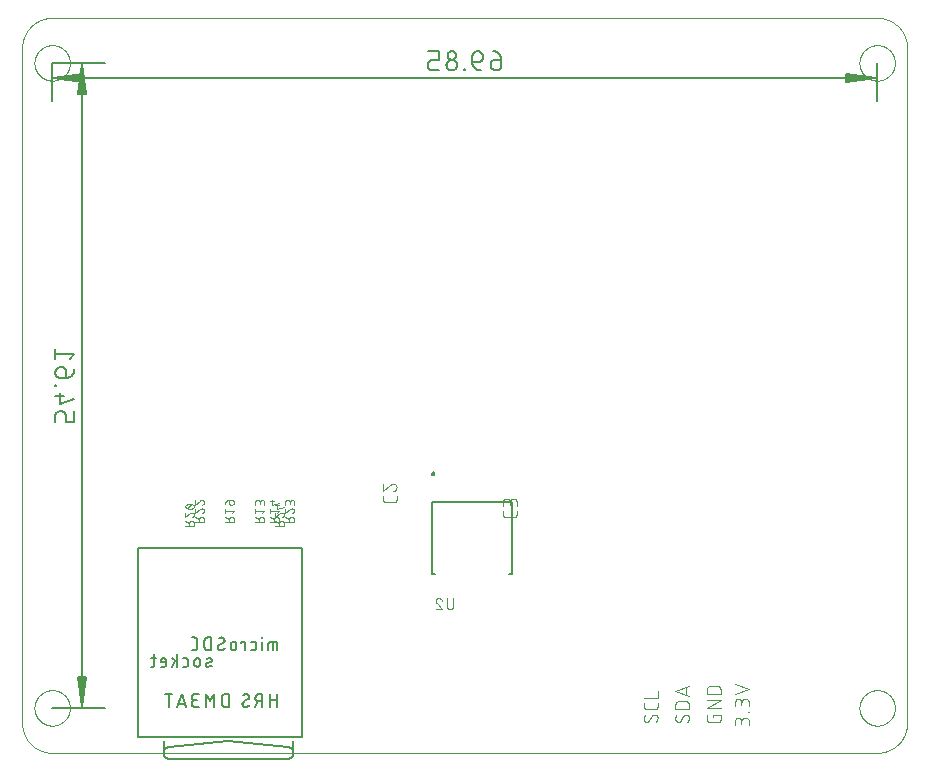
<source format=gbo>
G75*
%MOIN*%
%OFA0B0*%
%FSLAX25Y25*%
%IPPOS*%
%LPD*%
%AMOC8*
5,1,8,0,0,1.08239X$1,22.5*
%
%ADD10C,0.00000*%
%ADD11C,0.00512*%
%ADD12C,0.00600*%
%ADD13C,0.00400*%
%ADD14C,0.00300*%
%ADD15C,0.00500*%
%ADD16C,0.00800*%
%ADD17C,0.00787*%
D10*
X0076800Y0058933D02*
X0351800Y0058933D01*
X0352042Y0058936D01*
X0352283Y0058945D01*
X0352524Y0058959D01*
X0352765Y0058980D01*
X0353005Y0059006D01*
X0353245Y0059038D01*
X0353484Y0059076D01*
X0353721Y0059119D01*
X0353958Y0059169D01*
X0354193Y0059224D01*
X0354427Y0059284D01*
X0354659Y0059351D01*
X0354890Y0059422D01*
X0355119Y0059500D01*
X0355346Y0059583D01*
X0355571Y0059671D01*
X0355794Y0059765D01*
X0356014Y0059864D01*
X0356232Y0059969D01*
X0356447Y0060078D01*
X0356660Y0060193D01*
X0356870Y0060313D01*
X0357076Y0060438D01*
X0357280Y0060568D01*
X0357481Y0060703D01*
X0357678Y0060843D01*
X0357872Y0060987D01*
X0358062Y0061136D01*
X0358248Y0061290D01*
X0358431Y0061448D01*
X0358610Y0061610D01*
X0358785Y0061777D01*
X0358956Y0061948D01*
X0359123Y0062123D01*
X0359285Y0062302D01*
X0359443Y0062485D01*
X0359597Y0062671D01*
X0359746Y0062861D01*
X0359890Y0063055D01*
X0360030Y0063252D01*
X0360165Y0063453D01*
X0360295Y0063657D01*
X0360420Y0063863D01*
X0360540Y0064073D01*
X0360655Y0064286D01*
X0360764Y0064501D01*
X0360869Y0064719D01*
X0360968Y0064939D01*
X0361062Y0065162D01*
X0361150Y0065387D01*
X0361233Y0065614D01*
X0361311Y0065843D01*
X0361382Y0066074D01*
X0361449Y0066306D01*
X0361509Y0066540D01*
X0361564Y0066775D01*
X0361614Y0067012D01*
X0361657Y0067249D01*
X0361695Y0067488D01*
X0361727Y0067728D01*
X0361753Y0067968D01*
X0361774Y0068209D01*
X0361788Y0068450D01*
X0361797Y0068691D01*
X0361800Y0068933D01*
X0361800Y0293933D01*
X0361797Y0294175D01*
X0361788Y0294416D01*
X0361774Y0294657D01*
X0361753Y0294898D01*
X0361727Y0295138D01*
X0361695Y0295378D01*
X0361657Y0295617D01*
X0361614Y0295854D01*
X0361564Y0296091D01*
X0361509Y0296326D01*
X0361449Y0296560D01*
X0361382Y0296792D01*
X0361311Y0297023D01*
X0361233Y0297252D01*
X0361150Y0297479D01*
X0361062Y0297704D01*
X0360968Y0297927D01*
X0360869Y0298147D01*
X0360764Y0298365D01*
X0360655Y0298580D01*
X0360540Y0298793D01*
X0360420Y0299003D01*
X0360295Y0299209D01*
X0360165Y0299413D01*
X0360030Y0299614D01*
X0359890Y0299811D01*
X0359746Y0300005D01*
X0359597Y0300195D01*
X0359443Y0300381D01*
X0359285Y0300564D01*
X0359123Y0300743D01*
X0358956Y0300918D01*
X0358785Y0301089D01*
X0358610Y0301256D01*
X0358431Y0301418D01*
X0358248Y0301576D01*
X0358062Y0301730D01*
X0357872Y0301879D01*
X0357678Y0302023D01*
X0357481Y0302163D01*
X0357280Y0302298D01*
X0357076Y0302428D01*
X0356870Y0302553D01*
X0356660Y0302673D01*
X0356447Y0302788D01*
X0356232Y0302897D01*
X0356014Y0303002D01*
X0355794Y0303101D01*
X0355571Y0303195D01*
X0355346Y0303283D01*
X0355119Y0303366D01*
X0354890Y0303444D01*
X0354659Y0303515D01*
X0354427Y0303582D01*
X0354193Y0303642D01*
X0353958Y0303697D01*
X0353721Y0303747D01*
X0353484Y0303790D01*
X0353245Y0303828D01*
X0353005Y0303860D01*
X0352765Y0303886D01*
X0352524Y0303907D01*
X0352283Y0303921D01*
X0352042Y0303930D01*
X0351800Y0303933D01*
X0076800Y0303933D01*
X0076558Y0303930D01*
X0076317Y0303921D01*
X0076076Y0303907D01*
X0075835Y0303886D01*
X0075595Y0303860D01*
X0075355Y0303828D01*
X0075116Y0303790D01*
X0074879Y0303747D01*
X0074642Y0303697D01*
X0074407Y0303642D01*
X0074173Y0303582D01*
X0073941Y0303515D01*
X0073710Y0303444D01*
X0073481Y0303366D01*
X0073254Y0303283D01*
X0073029Y0303195D01*
X0072806Y0303101D01*
X0072586Y0303002D01*
X0072368Y0302897D01*
X0072153Y0302788D01*
X0071940Y0302673D01*
X0071730Y0302553D01*
X0071524Y0302428D01*
X0071320Y0302298D01*
X0071119Y0302163D01*
X0070922Y0302023D01*
X0070728Y0301879D01*
X0070538Y0301730D01*
X0070352Y0301576D01*
X0070169Y0301418D01*
X0069990Y0301256D01*
X0069815Y0301089D01*
X0069644Y0300918D01*
X0069477Y0300743D01*
X0069315Y0300564D01*
X0069157Y0300381D01*
X0069003Y0300195D01*
X0068854Y0300005D01*
X0068710Y0299811D01*
X0068570Y0299614D01*
X0068435Y0299413D01*
X0068305Y0299209D01*
X0068180Y0299003D01*
X0068060Y0298793D01*
X0067945Y0298580D01*
X0067836Y0298365D01*
X0067731Y0298147D01*
X0067632Y0297927D01*
X0067538Y0297704D01*
X0067450Y0297479D01*
X0067367Y0297252D01*
X0067289Y0297023D01*
X0067218Y0296792D01*
X0067151Y0296560D01*
X0067091Y0296326D01*
X0067036Y0296091D01*
X0066986Y0295854D01*
X0066943Y0295617D01*
X0066905Y0295378D01*
X0066873Y0295138D01*
X0066847Y0294898D01*
X0066826Y0294657D01*
X0066812Y0294416D01*
X0066803Y0294175D01*
X0066800Y0293933D01*
X0066800Y0068933D01*
X0066803Y0068691D01*
X0066812Y0068450D01*
X0066826Y0068209D01*
X0066847Y0067968D01*
X0066873Y0067728D01*
X0066905Y0067488D01*
X0066943Y0067249D01*
X0066986Y0067012D01*
X0067036Y0066775D01*
X0067091Y0066540D01*
X0067151Y0066306D01*
X0067218Y0066074D01*
X0067289Y0065843D01*
X0067367Y0065614D01*
X0067450Y0065387D01*
X0067538Y0065162D01*
X0067632Y0064939D01*
X0067731Y0064719D01*
X0067836Y0064501D01*
X0067945Y0064286D01*
X0068060Y0064073D01*
X0068180Y0063863D01*
X0068305Y0063657D01*
X0068435Y0063453D01*
X0068570Y0063252D01*
X0068710Y0063055D01*
X0068854Y0062861D01*
X0069003Y0062671D01*
X0069157Y0062485D01*
X0069315Y0062302D01*
X0069477Y0062123D01*
X0069644Y0061948D01*
X0069815Y0061777D01*
X0069990Y0061610D01*
X0070169Y0061448D01*
X0070352Y0061290D01*
X0070538Y0061136D01*
X0070728Y0060987D01*
X0070922Y0060843D01*
X0071119Y0060703D01*
X0071320Y0060568D01*
X0071524Y0060438D01*
X0071730Y0060313D01*
X0071940Y0060193D01*
X0072153Y0060078D01*
X0072368Y0059969D01*
X0072586Y0059864D01*
X0072806Y0059765D01*
X0073029Y0059671D01*
X0073254Y0059583D01*
X0073481Y0059500D01*
X0073710Y0059422D01*
X0073941Y0059351D01*
X0074173Y0059284D01*
X0074407Y0059224D01*
X0074642Y0059169D01*
X0074879Y0059119D01*
X0075116Y0059076D01*
X0075355Y0059038D01*
X0075595Y0059006D01*
X0075835Y0058980D01*
X0076076Y0058959D01*
X0076317Y0058945D01*
X0076558Y0058936D01*
X0076800Y0058933D01*
X0070894Y0073933D02*
X0070896Y0074086D01*
X0070902Y0074240D01*
X0070912Y0074393D01*
X0070926Y0074545D01*
X0070944Y0074698D01*
X0070966Y0074849D01*
X0070991Y0075000D01*
X0071021Y0075151D01*
X0071055Y0075301D01*
X0071092Y0075449D01*
X0071133Y0075597D01*
X0071178Y0075743D01*
X0071227Y0075889D01*
X0071280Y0076033D01*
X0071336Y0076175D01*
X0071396Y0076316D01*
X0071460Y0076456D01*
X0071527Y0076594D01*
X0071598Y0076730D01*
X0071673Y0076864D01*
X0071750Y0076996D01*
X0071832Y0077126D01*
X0071916Y0077254D01*
X0072004Y0077380D01*
X0072095Y0077503D01*
X0072189Y0077624D01*
X0072287Y0077742D01*
X0072387Y0077858D01*
X0072491Y0077971D01*
X0072597Y0078082D01*
X0072706Y0078190D01*
X0072818Y0078295D01*
X0072932Y0078396D01*
X0073050Y0078495D01*
X0073169Y0078591D01*
X0073291Y0078684D01*
X0073416Y0078773D01*
X0073543Y0078860D01*
X0073672Y0078942D01*
X0073803Y0079022D01*
X0073936Y0079098D01*
X0074071Y0079171D01*
X0074208Y0079240D01*
X0074347Y0079305D01*
X0074487Y0079367D01*
X0074629Y0079425D01*
X0074772Y0079480D01*
X0074917Y0079531D01*
X0075063Y0079578D01*
X0075210Y0079621D01*
X0075358Y0079660D01*
X0075507Y0079696D01*
X0075657Y0079727D01*
X0075808Y0079755D01*
X0075959Y0079779D01*
X0076112Y0079799D01*
X0076264Y0079815D01*
X0076417Y0079827D01*
X0076570Y0079835D01*
X0076723Y0079839D01*
X0076877Y0079839D01*
X0077030Y0079835D01*
X0077183Y0079827D01*
X0077336Y0079815D01*
X0077488Y0079799D01*
X0077641Y0079779D01*
X0077792Y0079755D01*
X0077943Y0079727D01*
X0078093Y0079696D01*
X0078242Y0079660D01*
X0078390Y0079621D01*
X0078537Y0079578D01*
X0078683Y0079531D01*
X0078828Y0079480D01*
X0078971Y0079425D01*
X0079113Y0079367D01*
X0079253Y0079305D01*
X0079392Y0079240D01*
X0079529Y0079171D01*
X0079664Y0079098D01*
X0079797Y0079022D01*
X0079928Y0078942D01*
X0080057Y0078860D01*
X0080184Y0078773D01*
X0080309Y0078684D01*
X0080431Y0078591D01*
X0080550Y0078495D01*
X0080668Y0078396D01*
X0080782Y0078295D01*
X0080894Y0078190D01*
X0081003Y0078082D01*
X0081109Y0077971D01*
X0081213Y0077858D01*
X0081313Y0077742D01*
X0081411Y0077624D01*
X0081505Y0077503D01*
X0081596Y0077380D01*
X0081684Y0077254D01*
X0081768Y0077126D01*
X0081850Y0076996D01*
X0081927Y0076864D01*
X0082002Y0076730D01*
X0082073Y0076594D01*
X0082140Y0076456D01*
X0082204Y0076316D01*
X0082264Y0076175D01*
X0082320Y0076033D01*
X0082373Y0075889D01*
X0082422Y0075743D01*
X0082467Y0075597D01*
X0082508Y0075449D01*
X0082545Y0075301D01*
X0082579Y0075151D01*
X0082609Y0075000D01*
X0082634Y0074849D01*
X0082656Y0074698D01*
X0082674Y0074545D01*
X0082688Y0074393D01*
X0082698Y0074240D01*
X0082704Y0074086D01*
X0082706Y0073933D01*
X0082704Y0073780D01*
X0082698Y0073626D01*
X0082688Y0073473D01*
X0082674Y0073321D01*
X0082656Y0073168D01*
X0082634Y0073017D01*
X0082609Y0072866D01*
X0082579Y0072715D01*
X0082545Y0072565D01*
X0082508Y0072417D01*
X0082467Y0072269D01*
X0082422Y0072123D01*
X0082373Y0071977D01*
X0082320Y0071833D01*
X0082264Y0071691D01*
X0082204Y0071550D01*
X0082140Y0071410D01*
X0082073Y0071272D01*
X0082002Y0071136D01*
X0081927Y0071002D01*
X0081850Y0070870D01*
X0081768Y0070740D01*
X0081684Y0070612D01*
X0081596Y0070486D01*
X0081505Y0070363D01*
X0081411Y0070242D01*
X0081313Y0070124D01*
X0081213Y0070008D01*
X0081109Y0069895D01*
X0081003Y0069784D01*
X0080894Y0069676D01*
X0080782Y0069571D01*
X0080668Y0069470D01*
X0080550Y0069371D01*
X0080431Y0069275D01*
X0080309Y0069182D01*
X0080184Y0069093D01*
X0080057Y0069006D01*
X0079928Y0068924D01*
X0079797Y0068844D01*
X0079664Y0068768D01*
X0079529Y0068695D01*
X0079392Y0068626D01*
X0079253Y0068561D01*
X0079113Y0068499D01*
X0078971Y0068441D01*
X0078828Y0068386D01*
X0078683Y0068335D01*
X0078537Y0068288D01*
X0078390Y0068245D01*
X0078242Y0068206D01*
X0078093Y0068170D01*
X0077943Y0068139D01*
X0077792Y0068111D01*
X0077641Y0068087D01*
X0077488Y0068067D01*
X0077336Y0068051D01*
X0077183Y0068039D01*
X0077030Y0068031D01*
X0076877Y0068027D01*
X0076723Y0068027D01*
X0076570Y0068031D01*
X0076417Y0068039D01*
X0076264Y0068051D01*
X0076112Y0068067D01*
X0075959Y0068087D01*
X0075808Y0068111D01*
X0075657Y0068139D01*
X0075507Y0068170D01*
X0075358Y0068206D01*
X0075210Y0068245D01*
X0075063Y0068288D01*
X0074917Y0068335D01*
X0074772Y0068386D01*
X0074629Y0068441D01*
X0074487Y0068499D01*
X0074347Y0068561D01*
X0074208Y0068626D01*
X0074071Y0068695D01*
X0073936Y0068768D01*
X0073803Y0068844D01*
X0073672Y0068924D01*
X0073543Y0069006D01*
X0073416Y0069093D01*
X0073291Y0069182D01*
X0073169Y0069275D01*
X0073050Y0069371D01*
X0072932Y0069470D01*
X0072818Y0069571D01*
X0072706Y0069676D01*
X0072597Y0069784D01*
X0072491Y0069895D01*
X0072387Y0070008D01*
X0072287Y0070124D01*
X0072189Y0070242D01*
X0072095Y0070363D01*
X0072004Y0070486D01*
X0071916Y0070612D01*
X0071832Y0070740D01*
X0071750Y0070870D01*
X0071673Y0071002D01*
X0071598Y0071136D01*
X0071527Y0071272D01*
X0071460Y0071410D01*
X0071396Y0071550D01*
X0071336Y0071691D01*
X0071280Y0071833D01*
X0071227Y0071977D01*
X0071178Y0072123D01*
X0071133Y0072269D01*
X0071092Y0072417D01*
X0071055Y0072565D01*
X0071021Y0072715D01*
X0070991Y0072866D01*
X0070966Y0073017D01*
X0070944Y0073168D01*
X0070926Y0073321D01*
X0070912Y0073473D01*
X0070902Y0073626D01*
X0070896Y0073780D01*
X0070894Y0073933D01*
X0070894Y0288933D02*
X0070896Y0289086D01*
X0070902Y0289240D01*
X0070912Y0289393D01*
X0070926Y0289545D01*
X0070944Y0289698D01*
X0070966Y0289849D01*
X0070991Y0290000D01*
X0071021Y0290151D01*
X0071055Y0290301D01*
X0071092Y0290449D01*
X0071133Y0290597D01*
X0071178Y0290743D01*
X0071227Y0290889D01*
X0071280Y0291033D01*
X0071336Y0291175D01*
X0071396Y0291316D01*
X0071460Y0291456D01*
X0071527Y0291594D01*
X0071598Y0291730D01*
X0071673Y0291864D01*
X0071750Y0291996D01*
X0071832Y0292126D01*
X0071916Y0292254D01*
X0072004Y0292380D01*
X0072095Y0292503D01*
X0072189Y0292624D01*
X0072287Y0292742D01*
X0072387Y0292858D01*
X0072491Y0292971D01*
X0072597Y0293082D01*
X0072706Y0293190D01*
X0072818Y0293295D01*
X0072932Y0293396D01*
X0073050Y0293495D01*
X0073169Y0293591D01*
X0073291Y0293684D01*
X0073416Y0293773D01*
X0073543Y0293860D01*
X0073672Y0293942D01*
X0073803Y0294022D01*
X0073936Y0294098D01*
X0074071Y0294171D01*
X0074208Y0294240D01*
X0074347Y0294305D01*
X0074487Y0294367D01*
X0074629Y0294425D01*
X0074772Y0294480D01*
X0074917Y0294531D01*
X0075063Y0294578D01*
X0075210Y0294621D01*
X0075358Y0294660D01*
X0075507Y0294696D01*
X0075657Y0294727D01*
X0075808Y0294755D01*
X0075959Y0294779D01*
X0076112Y0294799D01*
X0076264Y0294815D01*
X0076417Y0294827D01*
X0076570Y0294835D01*
X0076723Y0294839D01*
X0076877Y0294839D01*
X0077030Y0294835D01*
X0077183Y0294827D01*
X0077336Y0294815D01*
X0077488Y0294799D01*
X0077641Y0294779D01*
X0077792Y0294755D01*
X0077943Y0294727D01*
X0078093Y0294696D01*
X0078242Y0294660D01*
X0078390Y0294621D01*
X0078537Y0294578D01*
X0078683Y0294531D01*
X0078828Y0294480D01*
X0078971Y0294425D01*
X0079113Y0294367D01*
X0079253Y0294305D01*
X0079392Y0294240D01*
X0079529Y0294171D01*
X0079664Y0294098D01*
X0079797Y0294022D01*
X0079928Y0293942D01*
X0080057Y0293860D01*
X0080184Y0293773D01*
X0080309Y0293684D01*
X0080431Y0293591D01*
X0080550Y0293495D01*
X0080668Y0293396D01*
X0080782Y0293295D01*
X0080894Y0293190D01*
X0081003Y0293082D01*
X0081109Y0292971D01*
X0081213Y0292858D01*
X0081313Y0292742D01*
X0081411Y0292624D01*
X0081505Y0292503D01*
X0081596Y0292380D01*
X0081684Y0292254D01*
X0081768Y0292126D01*
X0081850Y0291996D01*
X0081927Y0291864D01*
X0082002Y0291730D01*
X0082073Y0291594D01*
X0082140Y0291456D01*
X0082204Y0291316D01*
X0082264Y0291175D01*
X0082320Y0291033D01*
X0082373Y0290889D01*
X0082422Y0290743D01*
X0082467Y0290597D01*
X0082508Y0290449D01*
X0082545Y0290301D01*
X0082579Y0290151D01*
X0082609Y0290000D01*
X0082634Y0289849D01*
X0082656Y0289698D01*
X0082674Y0289545D01*
X0082688Y0289393D01*
X0082698Y0289240D01*
X0082704Y0289086D01*
X0082706Y0288933D01*
X0082704Y0288780D01*
X0082698Y0288626D01*
X0082688Y0288473D01*
X0082674Y0288321D01*
X0082656Y0288168D01*
X0082634Y0288017D01*
X0082609Y0287866D01*
X0082579Y0287715D01*
X0082545Y0287565D01*
X0082508Y0287417D01*
X0082467Y0287269D01*
X0082422Y0287123D01*
X0082373Y0286977D01*
X0082320Y0286833D01*
X0082264Y0286691D01*
X0082204Y0286550D01*
X0082140Y0286410D01*
X0082073Y0286272D01*
X0082002Y0286136D01*
X0081927Y0286002D01*
X0081850Y0285870D01*
X0081768Y0285740D01*
X0081684Y0285612D01*
X0081596Y0285486D01*
X0081505Y0285363D01*
X0081411Y0285242D01*
X0081313Y0285124D01*
X0081213Y0285008D01*
X0081109Y0284895D01*
X0081003Y0284784D01*
X0080894Y0284676D01*
X0080782Y0284571D01*
X0080668Y0284470D01*
X0080550Y0284371D01*
X0080431Y0284275D01*
X0080309Y0284182D01*
X0080184Y0284093D01*
X0080057Y0284006D01*
X0079928Y0283924D01*
X0079797Y0283844D01*
X0079664Y0283768D01*
X0079529Y0283695D01*
X0079392Y0283626D01*
X0079253Y0283561D01*
X0079113Y0283499D01*
X0078971Y0283441D01*
X0078828Y0283386D01*
X0078683Y0283335D01*
X0078537Y0283288D01*
X0078390Y0283245D01*
X0078242Y0283206D01*
X0078093Y0283170D01*
X0077943Y0283139D01*
X0077792Y0283111D01*
X0077641Y0283087D01*
X0077488Y0283067D01*
X0077336Y0283051D01*
X0077183Y0283039D01*
X0077030Y0283031D01*
X0076877Y0283027D01*
X0076723Y0283027D01*
X0076570Y0283031D01*
X0076417Y0283039D01*
X0076264Y0283051D01*
X0076112Y0283067D01*
X0075959Y0283087D01*
X0075808Y0283111D01*
X0075657Y0283139D01*
X0075507Y0283170D01*
X0075358Y0283206D01*
X0075210Y0283245D01*
X0075063Y0283288D01*
X0074917Y0283335D01*
X0074772Y0283386D01*
X0074629Y0283441D01*
X0074487Y0283499D01*
X0074347Y0283561D01*
X0074208Y0283626D01*
X0074071Y0283695D01*
X0073936Y0283768D01*
X0073803Y0283844D01*
X0073672Y0283924D01*
X0073543Y0284006D01*
X0073416Y0284093D01*
X0073291Y0284182D01*
X0073169Y0284275D01*
X0073050Y0284371D01*
X0072932Y0284470D01*
X0072818Y0284571D01*
X0072706Y0284676D01*
X0072597Y0284784D01*
X0072491Y0284895D01*
X0072387Y0285008D01*
X0072287Y0285124D01*
X0072189Y0285242D01*
X0072095Y0285363D01*
X0072004Y0285486D01*
X0071916Y0285612D01*
X0071832Y0285740D01*
X0071750Y0285870D01*
X0071673Y0286002D01*
X0071598Y0286136D01*
X0071527Y0286272D01*
X0071460Y0286410D01*
X0071396Y0286550D01*
X0071336Y0286691D01*
X0071280Y0286833D01*
X0071227Y0286977D01*
X0071178Y0287123D01*
X0071133Y0287269D01*
X0071092Y0287417D01*
X0071055Y0287565D01*
X0071021Y0287715D01*
X0070991Y0287866D01*
X0070966Y0288017D01*
X0070944Y0288168D01*
X0070926Y0288321D01*
X0070912Y0288473D01*
X0070902Y0288626D01*
X0070896Y0288780D01*
X0070894Y0288933D01*
X0345894Y0288933D02*
X0345896Y0289086D01*
X0345902Y0289240D01*
X0345912Y0289393D01*
X0345926Y0289545D01*
X0345944Y0289698D01*
X0345966Y0289849D01*
X0345991Y0290000D01*
X0346021Y0290151D01*
X0346055Y0290301D01*
X0346092Y0290449D01*
X0346133Y0290597D01*
X0346178Y0290743D01*
X0346227Y0290889D01*
X0346280Y0291033D01*
X0346336Y0291175D01*
X0346396Y0291316D01*
X0346460Y0291456D01*
X0346527Y0291594D01*
X0346598Y0291730D01*
X0346673Y0291864D01*
X0346750Y0291996D01*
X0346832Y0292126D01*
X0346916Y0292254D01*
X0347004Y0292380D01*
X0347095Y0292503D01*
X0347189Y0292624D01*
X0347287Y0292742D01*
X0347387Y0292858D01*
X0347491Y0292971D01*
X0347597Y0293082D01*
X0347706Y0293190D01*
X0347818Y0293295D01*
X0347932Y0293396D01*
X0348050Y0293495D01*
X0348169Y0293591D01*
X0348291Y0293684D01*
X0348416Y0293773D01*
X0348543Y0293860D01*
X0348672Y0293942D01*
X0348803Y0294022D01*
X0348936Y0294098D01*
X0349071Y0294171D01*
X0349208Y0294240D01*
X0349347Y0294305D01*
X0349487Y0294367D01*
X0349629Y0294425D01*
X0349772Y0294480D01*
X0349917Y0294531D01*
X0350063Y0294578D01*
X0350210Y0294621D01*
X0350358Y0294660D01*
X0350507Y0294696D01*
X0350657Y0294727D01*
X0350808Y0294755D01*
X0350959Y0294779D01*
X0351112Y0294799D01*
X0351264Y0294815D01*
X0351417Y0294827D01*
X0351570Y0294835D01*
X0351723Y0294839D01*
X0351877Y0294839D01*
X0352030Y0294835D01*
X0352183Y0294827D01*
X0352336Y0294815D01*
X0352488Y0294799D01*
X0352641Y0294779D01*
X0352792Y0294755D01*
X0352943Y0294727D01*
X0353093Y0294696D01*
X0353242Y0294660D01*
X0353390Y0294621D01*
X0353537Y0294578D01*
X0353683Y0294531D01*
X0353828Y0294480D01*
X0353971Y0294425D01*
X0354113Y0294367D01*
X0354253Y0294305D01*
X0354392Y0294240D01*
X0354529Y0294171D01*
X0354664Y0294098D01*
X0354797Y0294022D01*
X0354928Y0293942D01*
X0355057Y0293860D01*
X0355184Y0293773D01*
X0355309Y0293684D01*
X0355431Y0293591D01*
X0355550Y0293495D01*
X0355668Y0293396D01*
X0355782Y0293295D01*
X0355894Y0293190D01*
X0356003Y0293082D01*
X0356109Y0292971D01*
X0356213Y0292858D01*
X0356313Y0292742D01*
X0356411Y0292624D01*
X0356505Y0292503D01*
X0356596Y0292380D01*
X0356684Y0292254D01*
X0356768Y0292126D01*
X0356850Y0291996D01*
X0356927Y0291864D01*
X0357002Y0291730D01*
X0357073Y0291594D01*
X0357140Y0291456D01*
X0357204Y0291316D01*
X0357264Y0291175D01*
X0357320Y0291033D01*
X0357373Y0290889D01*
X0357422Y0290743D01*
X0357467Y0290597D01*
X0357508Y0290449D01*
X0357545Y0290301D01*
X0357579Y0290151D01*
X0357609Y0290000D01*
X0357634Y0289849D01*
X0357656Y0289698D01*
X0357674Y0289545D01*
X0357688Y0289393D01*
X0357698Y0289240D01*
X0357704Y0289086D01*
X0357706Y0288933D01*
X0357704Y0288780D01*
X0357698Y0288626D01*
X0357688Y0288473D01*
X0357674Y0288321D01*
X0357656Y0288168D01*
X0357634Y0288017D01*
X0357609Y0287866D01*
X0357579Y0287715D01*
X0357545Y0287565D01*
X0357508Y0287417D01*
X0357467Y0287269D01*
X0357422Y0287123D01*
X0357373Y0286977D01*
X0357320Y0286833D01*
X0357264Y0286691D01*
X0357204Y0286550D01*
X0357140Y0286410D01*
X0357073Y0286272D01*
X0357002Y0286136D01*
X0356927Y0286002D01*
X0356850Y0285870D01*
X0356768Y0285740D01*
X0356684Y0285612D01*
X0356596Y0285486D01*
X0356505Y0285363D01*
X0356411Y0285242D01*
X0356313Y0285124D01*
X0356213Y0285008D01*
X0356109Y0284895D01*
X0356003Y0284784D01*
X0355894Y0284676D01*
X0355782Y0284571D01*
X0355668Y0284470D01*
X0355550Y0284371D01*
X0355431Y0284275D01*
X0355309Y0284182D01*
X0355184Y0284093D01*
X0355057Y0284006D01*
X0354928Y0283924D01*
X0354797Y0283844D01*
X0354664Y0283768D01*
X0354529Y0283695D01*
X0354392Y0283626D01*
X0354253Y0283561D01*
X0354113Y0283499D01*
X0353971Y0283441D01*
X0353828Y0283386D01*
X0353683Y0283335D01*
X0353537Y0283288D01*
X0353390Y0283245D01*
X0353242Y0283206D01*
X0353093Y0283170D01*
X0352943Y0283139D01*
X0352792Y0283111D01*
X0352641Y0283087D01*
X0352488Y0283067D01*
X0352336Y0283051D01*
X0352183Y0283039D01*
X0352030Y0283031D01*
X0351877Y0283027D01*
X0351723Y0283027D01*
X0351570Y0283031D01*
X0351417Y0283039D01*
X0351264Y0283051D01*
X0351112Y0283067D01*
X0350959Y0283087D01*
X0350808Y0283111D01*
X0350657Y0283139D01*
X0350507Y0283170D01*
X0350358Y0283206D01*
X0350210Y0283245D01*
X0350063Y0283288D01*
X0349917Y0283335D01*
X0349772Y0283386D01*
X0349629Y0283441D01*
X0349487Y0283499D01*
X0349347Y0283561D01*
X0349208Y0283626D01*
X0349071Y0283695D01*
X0348936Y0283768D01*
X0348803Y0283844D01*
X0348672Y0283924D01*
X0348543Y0284006D01*
X0348416Y0284093D01*
X0348291Y0284182D01*
X0348169Y0284275D01*
X0348050Y0284371D01*
X0347932Y0284470D01*
X0347818Y0284571D01*
X0347706Y0284676D01*
X0347597Y0284784D01*
X0347491Y0284895D01*
X0347387Y0285008D01*
X0347287Y0285124D01*
X0347189Y0285242D01*
X0347095Y0285363D01*
X0347004Y0285486D01*
X0346916Y0285612D01*
X0346832Y0285740D01*
X0346750Y0285870D01*
X0346673Y0286002D01*
X0346598Y0286136D01*
X0346527Y0286272D01*
X0346460Y0286410D01*
X0346396Y0286550D01*
X0346336Y0286691D01*
X0346280Y0286833D01*
X0346227Y0286977D01*
X0346178Y0287123D01*
X0346133Y0287269D01*
X0346092Y0287417D01*
X0346055Y0287565D01*
X0346021Y0287715D01*
X0345991Y0287866D01*
X0345966Y0288017D01*
X0345944Y0288168D01*
X0345926Y0288321D01*
X0345912Y0288473D01*
X0345902Y0288626D01*
X0345896Y0288780D01*
X0345894Y0288933D01*
X0345894Y0073933D02*
X0345896Y0074086D01*
X0345902Y0074240D01*
X0345912Y0074393D01*
X0345926Y0074545D01*
X0345944Y0074698D01*
X0345966Y0074849D01*
X0345991Y0075000D01*
X0346021Y0075151D01*
X0346055Y0075301D01*
X0346092Y0075449D01*
X0346133Y0075597D01*
X0346178Y0075743D01*
X0346227Y0075889D01*
X0346280Y0076033D01*
X0346336Y0076175D01*
X0346396Y0076316D01*
X0346460Y0076456D01*
X0346527Y0076594D01*
X0346598Y0076730D01*
X0346673Y0076864D01*
X0346750Y0076996D01*
X0346832Y0077126D01*
X0346916Y0077254D01*
X0347004Y0077380D01*
X0347095Y0077503D01*
X0347189Y0077624D01*
X0347287Y0077742D01*
X0347387Y0077858D01*
X0347491Y0077971D01*
X0347597Y0078082D01*
X0347706Y0078190D01*
X0347818Y0078295D01*
X0347932Y0078396D01*
X0348050Y0078495D01*
X0348169Y0078591D01*
X0348291Y0078684D01*
X0348416Y0078773D01*
X0348543Y0078860D01*
X0348672Y0078942D01*
X0348803Y0079022D01*
X0348936Y0079098D01*
X0349071Y0079171D01*
X0349208Y0079240D01*
X0349347Y0079305D01*
X0349487Y0079367D01*
X0349629Y0079425D01*
X0349772Y0079480D01*
X0349917Y0079531D01*
X0350063Y0079578D01*
X0350210Y0079621D01*
X0350358Y0079660D01*
X0350507Y0079696D01*
X0350657Y0079727D01*
X0350808Y0079755D01*
X0350959Y0079779D01*
X0351112Y0079799D01*
X0351264Y0079815D01*
X0351417Y0079827D01*
X0351570Y0079835D01*
X0351723Y0079839D01*
X0351877Y0079839D01*
X0352030Y0079835D01*
X0352183Y0079827D01*
X0352336Y0079815D01*
X0352488Y0079799D01*
X0352641Y0079779D01*
X0352792Y0079755D01*
X0352943Y0079727D01*
X0353093Y0079696D01*
X0353242Y0079660D01*
X0353390Y0079621D01*
X0353537Y0079578D01*
X0353683Y0079531D01*
X0353828Y0079480D01*
X0353971Y0079425D01*
X0354113Y0079367D01*
X0354253Y0079305D01*
X0354392Y0079240D01*
X0354529Y0079171D01*
X0354664Y0079098D01*
X0354797Y0079022D01*
X0354928Y0078942D01*
X0355057Y0078860D01*
X0355184Y0078773D01*
X0355309Y0078684D01*
X0355431Y0078591D01*
X0355550Y0078495D01*
X0355668Y0078396D01*
X0355782Y0078295D01*
X0355894Y0078190D01*
X0356003Y0078082D01*
X0356109Y0077971D01*
X0356213Y0077858D01*
X0356313Y0077742D01*
X0356411Y0077624D01*
X0356505Y0077503D01*
X0356596Y0077380D01*
X0356684Y0077254D01*
X0356768Y0077126D01*
X0356850Y0076996D01*
X0356927Y0076864D01*
X0357002Y0076730D01*
X0357073Y0076594D01*
X0357140Y0076456D01*
X0357204Y0076316D01*
X0357264Y0076175D01*
X0357320Y0076033D01*
X0357373Y0075889D01*
X0357422Y0075743D01*
X0357467Y0075597D01*
X0357508Y0075449D01*
X0357545Y0075301D01*
X0357579Y0075151D01*
X0357609Y0075000D01*
X0357634Y0074849D01*
X0357656Y0074698D01*
X0357674Y0074545D01*
X0357688Y0074393D01*
X0357698Y0074240D01*
X0357704Y0074086D01*
X0357706Y0073933D01*
X0357704Y0073780D01*
X0357698Y0073626D01*
X0357688Y0073473D01*
X0357674Y0073321D01*
X0357656Y0073168D01*
X0357634Y0073017D01*
X0357609Y0072866D01*
X0357579Y0072715D01*
X0357545Y0072565D01*
X0357508Y0072417D01*
X0357467Y0072269D01*
X0357422Y0072123D01*
X0357373Y0071977D01*
X0357320Y0071833D01*
X0357264Y0071691D01*
X0357204Y0071550D01*
X0357140Y0071410D01*
X0357073Y0071272D01*
X0357002Y0071136D01*
X0356927Y0071002D01*
X0356850Y0070870D01*
X0356768Y0070740D01*
X0356684Y0070612D01*
X0356596Y0070486D01*
X0356505Y0070363D01*
X0356411Y0070242D01*
X0356313Y0070124D01*
X0356213Y0070008D01*
X0356109Y0069895D01*
X0356003Y0069784D01*
X0355894Y0069676D01*
X0355782Y0069571D01*
X0355668Y0069470D01*
X0355550Y0069371D01*
X0355431Y0069275D01*
X0355309Y0069182D01*
X0355184Y0069093D01*
X0355057Y0069006D01*
X0354928Y0068924D01*
X0354797Y0068844D01*
X0354664Y0068768D01*
X0354529Y0068695D01*
X0354392Y0068626D01*
X0354253Y0068561D01*
X0354113Y0068499D01*
X0353971Y0068441D01*
X0353828Y0068386D01*
X0353683Y0068335D01*
X0353537Y0068288D01*
X0353390Y0068245D01*
X0353242Y0068206D01*
X0353093Y0068170D01*
X0352943Y0068139D01*
X0352792Y0068111D01*
X0352641Y0068087D01*
X0352488Y0068067D01*
X0352336Y0068051D01*
X0352183Y0068039D01*
X0352030Y0068031D01*
X0351877Y0068027D01*
X0351723Y0068027D01*
X0351570Y0068031D01*
X0351417Y0068039D01*
X0351264Y0068051D01*
X0351112Y0068067D01*
X0350959Y0068087D01*
X0350808Y0068111D01*
X0350657Y0068139D01*
X0350507Y0068170D01*
X0350358Y0068206D01*
X0350210Y0068245D01*
X0350063Y0068288D01*
X0349917Y0068335D01*
X0349772Y0068386D01*
X0349629Y0068441D01*
X0349487Y0068499D01*
X0349347Y0068561D01*
X0349208Y0068626D01*
X0349071Y0068695D01*
X0348936Y0068768D01*
X0348803Y0068844D01*
X0348672Y0068924D01*
X0348543Y0069006D01*
X0348416Y0069093D01*
X0348291Y0069182D01*
X0348169Y0069275D01*
X0348050Y0069371D01*
X0347932Y0069470D01*
X0347818Y0069571D01*
X0347706Y0069676D01*
X0347597Y0069784D01*
X0347491Y0069895D01*
X0347387Y0070008D01*
X0347287Y0070124D01*
X0347189Y0070242D01*
X0347095Y0070363D01*
X0347004Y0070486D01*
X0346916Y0070612D01*
X0346832Y0070740D01*
X0346750Y0070870D01*
X0346673Y0071002D01*
X0346598Y0071136D01*
X0346527Y0071272D01*
X0346460Y0071410D01*
X0346396Y0071550D01*
X0346336Y0071691D01*
X0346280Y0071833D01*
X0346227Y0071977D01*
X0346178Y0072123D01*
X0346133Y0072269D01*
X0346092Y0072417D01*
X0346055Y0072565D01*
X0346021Y0072715D01*
X0345991Y0072866D01*
X0345966Y0073017D01*
X0345944Y0073168D01*
X0345926Y0073321D01*
X0345912Y0073473D01*
X0345902Y0073626D01*
X0345896Y0073780D01*
X0345894Y0073933D01*
D11*
X0094477Y0073933D02*
X0076800Y0073933D01*
X0086800Y0074189D02*
X0087824Y0084169D01*
X0088057Y0084169D02*
X0086800Y0074189D01*
X0085776Y0084169D01*
X0085543Y0084169D02*
X0088057Y0084169D01*
X0087312Y0084169D02*
X0086800Y0074189D01*
X0086288Y0084169D01*
X0085543Y0084169D02*
X0086800Y0074189D01*
X0086800Y0288677D01*
X0087824Y0278697D01*
X0088057Y0278697D02*
X0086800Y0288677D01*
X0085776Y0278697D01*
X0085543Y0278697D02*
X0088057Y0278697D01*
X0087312Y0278697D02*
X0086800Y0288677D01*
X0086288Y0278697D01*
X0085543Y0278697D02*
X0086800Y0288677D01*
X0087036Y0285190D02*
X0087036Y0282676D01*
X0077056Y0283933D01*
X0087036Y0282909D01*
X0087036Y0283421D02*
X0077056Y0283933D01*
X0087036Y0284957D01*
X0087036Y0285190D02*
X0077056Y0283933D01*
X0087036Y0284445D01*
X0094477Y0288933D02*
X0076800Y0288933D01*
X0076800Y0276256D01*
X0077056Y0283933D02*
X0351544Y0283933D01*
X0341564Y0282909D01*
X0341564Y0282676D02*
X0341564Y0285190D01*
X0351544Y0283933D01*
X0341564Y0284957D01*
X0341564Y0284445D02*
X0351544Y0283933D01*
X0341564Y0283421D01*
X0341564Y0282676D02*
X0351544Y0283933D01*
X0351800Y0288933D02*
X0351800Y0276256D01*
D12*
X0226563Y0288273D02*
X0226563Y0290050D01*
X0224430Y0290050D01*
X0226563Y0290050D02*
X0226561Y0290154D01*
X0226555Y0290258D01*
X0226546Y0290361D01*
X0226533Y0290464D01*
X0226516Y0290567D01*
X0226495Y0290668D01*
X0226471Y0290769D01*
X0226442Y0290869D01*
X0226411Y0290968D01*
X0226375Y0291066D01*
X0226336Y0291162D01*
X0226294Y0291257D01*
X0226248Y0291350D01*
X0226199Y0291442D01*
X0226147Y0291532D01*
X0226091Y0291619D01*
X0226032Y0291705D01*
X0225970Y0291788D01*
X0225905Y0291869D01*
X0225837Y0291948D01*
X0225766Y0292024D01*
X0225693Y0292097D01*
X0225617Y0292168D01*
X0225538Y0292236D01*
X0225457Y0292301D01*
X0225374Y0292363D01*
X0225288Y0292422D01*
X0225201Y0292478D01*
X0225111Y0292530D01*
X0225019Y0292579D01*
X0224926Y0292625D01*
X0224831Y0292667D01*
X0224735Y0292706D01*
X0224637Y0292742D01*
X0224538Y0292773D01*
X0224438Y0292802D01*
X0224337Y0292826D01*
X0224236Y0292847D01*
X0224133Y0292864D01*
X0224030Y0292877D01*
X0223927Y0292886D01*
X0223823Y0292892D01*
X0223719Y0292894D01*
X0220409Y0291117D02*
X0220409Y0290762D01*
X0220407Y0290688D01*
X0220401Y0290613D01*
X0220391Y0290540D01*
X0220378Y0290466D01*
X0220361Y0290394D01*
X0220339Y0290323D01*
X0220315Y0290252D01*
X0220286Y0290184D01*
X0220254Y0290116D01*
X0220218Y0290051D01*
X0220180Y0289988D01*
X0220137Y0289926D01*
X0220092Y0289867D01*
X0220044Y0289810D01*
X0219993Y0289756D01*
X0219939Y0289705D01*
X0219882Y0289657D01*
X0219823Y0289612D01*
X0219761Y0289569D01*
X0219698Y0289531D01*
X0219633Y0289495D01*
X0219565Y0289463D01*
X0219497Y0289434D01*
X0219426Y0289410D01*
X0219355Y0289388D01*
X0219283Y0289371D01*
X0219209Y0289358D01*
X0219136Y0289348D01*
X0219061Y0289342D01*
X0218987Y0289340D01*
X0218987Y0289339D02*
X0216853Y0289339D01*
X0216853Y0291117D01*
X0216855Y0291200D01*
X0216861Y0291283D01*
X0216871Y0291366D01*
X0216884Y0291449D01*
X0216902Y0291530D01*
X0216923Y0291611D01*
X0216948Y0291690D01*
X0216977Y0291768D01*
X0217009Y0291845D01*
X0217045Y0291920D01*
X0217084Y0291994D01*
X0217127Y0292065D01*
X0217173Y0292135D01*
X0217223Y0292202D01*
X0217275Y0292267D01*
X0217330Y0292329D01*
X0217389Y0292389D01*
X0217450Y0292446D01*
X0217513Y0292500D01*
X0217579Y0292551D01*
X0217648Y0292598D01*
X0217718Y0292643D01*
X0217791Y0292684D01*
X0217865Y0292721D01*
X0217941Y0292756D01*
X0218019Y0292786D01*
X0218097Y0292813D01*
X0218178Y0292836D01*
X0218259Y0292856D01*
X0218341Y0292871D01*
X0218423Y0292883D01*
X0218506Y0292891D01*
X0218589Y0292895D01*
X0218673Y0292895D01*
X0218756Y0292891D01*
X0218839Y0292883D01*
X0218921Y0292871D01*
X0219003Y0292856D01*
X0219084Y0292836D01*
X0219165Y0292813D01*
X0219243Y0292786D01*
X0219321Y0292756D01*
X0219397Y0292721D01*
X0219471Y0292684D01*
X0219544Y0292643D01*
X0219614Y0292598D01*
X0219683Y0292551D01*
X0219749Y0292500D01*
X0219812Y0292446D01*
X0219873Y0292389D01*
X0219932Y0292329D01*
X0219987Y0292267D01*
X0220039Y0292202D01*
X0220089Y0292135D01*
X0220135Y0292065D01*
X0220178Y0291994D01*
X0220217Y0291920D01*
X0220253Y0291845D01*
X0220285Y0291768D01*
X0220314Y0291690D01*
X0220339Y0291611D01*
X0220360Y0291530D01*
X0220378Y0291449D01*
X0220391Y0291366D01*
X0220401Y0291283D01*
X0220407Y0291200D01*
X0220409Y0291117D01*
X0216854Y0289339D02*
X0216856Y0289235D01*
X0216862Y0289131D01*
X0216871Y0289028D01*
X0216884Y0288925D01*
X0216901Y0288822D01*
X0216922Y0288721D01*
X0216946Y0288620D01*
X0216975Y0288520D01*
X0217006Y0288421D01*
X0217042Y0288323D01*
X0217081Y0288227D01*
X0217123Y0288132D01*
X0217169Y0288039D01*
X0217218Y0287947D01*
X0217270Y0287857D01*
X0217326Y0287770D01*
X0217385Y0287684D01*
X0217447Y0287601D01*
X0217512Y0287520D01*
X0217580Y0287441D01*
X0217651Y0287365D01*
X0217724Y0287292D01*
X0217800Y0287221D01*
X0217879Y0287153D01*
X0217960Y0287088D01*
X0218043Y0287026D01*
X0218129Y0286967D01*
X0218216Y0286911D01*
X0218306Y0286859D01*
X0218398Y0286810D01*
X0218491Y0286764D01*
X0218586Y0286722D01*
X0218682Y0286683D01*
X0218780Y0286647D01*
X0218879Y0286616D01*
X0218979Y0286587D01*
X0219080Y0286563D01*
X0219181Y0286542D01*
X0219284Y0286525D01*
X0219387Y0286512D01*
X0219490Y0286503D01*
X0219594Y0286497D01*
X0219698Y0286495D01*
X0223007Y0288273D02*
X0223007Y0288628D01*
X0223008Y0288628D02*
X0223010Y0288702D01*
X0223016Y0288777D01*
X0223026Y0288850D01*
X0223039Y0288924D01*
X0223056Y0288996D01*
X0223078Y0289067D01*
X0223102Y0289138D01*
X0223131Y0289206D01*
X0223163Y0289274D01*
X0223199Y0289339D01*
X0223237Y0289402D01*
X0223280Y0289464D01*
X0223325Y0289523D01*
X0223373Y0289580D01*
X0223424Y0289634D01*
X0223478Y0289685D01*
X0223535Y0289733D01*
X0223594Y0289778D01*
X0223656Y0289821D01*
X0223719Y0289859D01*
X0223784Y0289895D01*
X0223852Y0289927D01*
X0223920Y0289956D01*
X0223991Y0289980D01*
X0224062Y0290002D01*
X0224134Y0290019D01*
X0224208Y0290032D01*
X0224281Y0290042D01*
X0224356Y0290048D01*
X0224430Y0290050D01*
X0223007Y0288273D02*
X0223009Y0288190D01*
X0223015Y0288107D01*
X0223025Y0288024D01*
X0223038Y0287941D01*
X0223056Y0287860D01*
X0223077Y0287779D01*
X0223102Y0287700D01*
X0223131Y0287622D01*
X0223163Y0287545D01*
X0223199Y0287470D01*
X0223238Y0287396D01*
X0223281Y0287325D01*
X0223327Y0287255D01*
X0223377Y0287188D01*
X0223429Y0287123D01*
X0223484Y0287061D01*
X0223543Y0287001D01*
X0223604Y0286944D01*
X0223667Y0286890D01*
X0223733Y0286839D01*
X0223802Y0286792D01*
X0223872Y0286747D01*
X0223945Y0286706D01*
X0224019Y0286669D01*
X0224095Y0286634D01*
X0224173Y0286604D01*
X0224251Y0286577D01*
X0224332Y0286554D01*
X0224413Y0286534D01*
X0224495Y0286519D01*
X0224577Y0286507D01*
X0224660Y0286499D01*
X0224743Y0286495D01*
X0224827Y0286495D01*
X0224910Y0286499D01*
X0224993Y0286507D01*
X0225075Y0286519D01*
X0225157Y0286534D01*
X0225238Y0286554D01*
X0225319Y0286577D01*
X0225397Y0286604D01*
X0225475Y0286634D01*
X0225551Y0286669D01*
X0225625Y0286706D01*
X0225698Y0286747D01*
X0225768Y0286792D01*
X0225837Y0286839D01*
X0225903Y0286890D01*
X0225966Y0286944D01*
X0226027Y0287001D01*
X0226086Y0287061D01*
X0226141Y0287123D01*
X0226193Y0287188D01*
X0226243Y0287255D01*
X0226289Y0287325D01*
X0226332Y0287396D01*
X0226371Y0287470D01*
X0226407Y0287545D01*
X0226439Y0287622D01*
X0226468Y0287700D01*
X0226493Y0287779D01*
X0226514Y0287860D01*
X0226532Y0287941D01*
X0226545Y0288024D01*
X0226555Y0288107D01*
X0226561Y0288190D01*
X0226563Y0288273D01*
X0214501Y0286850D02*
X0214146Y0286850D01*
X0214146Y0286495D01*
X0214501Y0286495D01*
X0214501Y0286850D01*
X0211794Y0288273D02*
X0211792Y0288190D01*
X0211786Y0288107D01*
X0211776Y0288024D01*
X0211763Y0287941D01*
X0211745Y0287860D01*
X0211724Y0287779D01*
X0211699Y0287700D01*
X0211670Y0287622D01*
X0211638Y0287545D01*
X0211602Y0287470D01*
X0211563Y0287396D01*
X0211520Y0287325D01*
X0211474Y0287255D01*
X0211424Y0287188D01*
X0211372Y0287123D01*
X0211317Y0287061D01*
X0211258Y0287001D01*
X0211197Y0286944D01*
X0211134Y0286890D01*
X0211068Y0286839D01*
X0210999Y0286792D01*
X0210929Y0286747D01*
X0210856Y0286706D01*
X0210782Y0286669D01*
X0210706Y0286634D01*
X0210628Y0286604D01*
X0210550Y0286577D01*
X0210469Y0286554D01*
X0210388Y0286534D01*
X0210306Y0286519D01*
X0210224Y0286507D01*
X0210141Y0286499D01*
X0210058Y0286495D01*
X0209974Y0286495D01*
X0209891Y0286499D01*
X0209808Y0286507D01*
X0209726Y0286519D01*
X0209644Y0286534D01*
X0209563Y0286554D01*
X0209482Y0286577D01*
X0209404Y0286604D01*
X0209326Y0286634D01*
X0209250Y0286669D01*
X0209176Y0286706D01*
X0209103Y0286747D01*
X0209033Y0286792D01*
X0208964Y0286839D01*
X0208898Y0286890D01*
X0208835Y0286944D01*
X0208774Y0287001D01*
X0208715Y0287061D01*
X0208660Y0287123D01*
X0208608Y0287188D01*
X0208558Y0287255D01*
X0208512Y0287325D01*
X0208469Y0287396D01*
X0208430Y0287470D01*
X0208394Y0287545D01*
X0208362Y0287622D01*
X0208333Y0287700D01*
X0208308Y0287779D01*
X0208287Y0287860D01*
X0208269Y0287941D01*
X0208256Y0288024D01*
X0208246Y0288107D01*
X0208240Y0288190D01*
X0208238Y0288273D01*
X0208240Y0288356D01*
X0208246Y0288439D01*
X0208256Y0288522D01*
X0208269Y0288605D01*
X0208287Y0288686D01*
X0208308Y0288767D01*
X0208333Y0288846D01*
X0208362Y0288924D01*
X0208394Y0289001D01*
X0208430Y0289076D01*
X0208469Y0289150D01*
X0208512Y0289221D01*
X0208558Y0289291D01*
X0208608Y0289358D01*
X0208660Y0289423D01*
X0208715Y0289485D01*
X0208774Y0289545D01*
X0208835Y0289602D01*
X0208898Y0289656D01*
X0208964Y0289707D01*
X0209033Y0289754D01*
X0209103Y0289799D01*
X0209176Y0289840D01*
X0209250Y0289877D01*
X0209326Y0289912D01*
X0209404Y0289942D01*
X0209482Y0289969D01*
X0209563Y0289992D01*
X0209644Y0290012D01*
X0209726Y0290027D01*
X0209808Y0290039D01*
X0209891Y0290047D01*
X0209974Y0290051D01*
X0210058Y0290051D01*
X0210141Y0290047D01*
X0210224Y0290039D01*
X0210306Y0290027D01*
X0210388Y0290012D01*
X0210469Y0289992D01*
X0210550Y0289969D01*
X0210628Y0289942D01*
X0210706Y0289912D01*
X0210782Y0289877D01*
X0210856Y0289840D01*
X0210929Y0289799D01*
X0210999Y0289754D01*
X0211068Y0289707D01*
X0211134Y0289656D01*
X0211197Y0289602D01*
X0211258Y0289545D01*
X0211317Y0289485D01*
X0211372Y0289423D01*
X0211424Y0289358D01*
X0211474Y0289291D01*
X0211520Y0289221D01*
X0211563Y0289150D01*
X0211602Y0289076D01*
X0211638Y0289001D01*
X0211670Y0288924D01*
X0211699Y0288846D01*
X0211724Y0288767D01*
X0211745Y0288686D01*
X0211763Y0288605D01*
X0211776Y0288522D01*
X0211786Y0288439D01*
X0211792Y0288356D01*
X0211794Y0288273D01*
X0211438Y0291473D02*
X0211436Y0291399D01*
X0211430Y0291324D01*
X0211420Y0291251D01*
X0211407Y0291177D01*
X0211390Y0291105D01*
X0211368Y0291034D01*
X0211344Y0290963D01*
X0211315Y0290895D01*
X0211283Y0290827D01*
X0211247Y0290762D01*
X0211209Y0290699D01*
X0211166Y0290637D01*
X0211121Y0290578D01*
X0211073Y0290521D01*
X0211022Y0290467D01*
X0210968Y0290416D01*
X0210911Y0290368D01*
X0210852Y0290323D01*
X0210790Y0290280D01*
X0210727Y0290242D01*
X0210662Y0290206D01*
X0210594Y0290174D01*
X0210526Y0290145D01*
X0210455Y0290121D01*
X0210384Y0290099D01*
X0210312Y0290082D01*
X0210238Y0290069D01*
X0210165Y0290059D01*
X0210090Y0290053D01*
X0210016Y0290051D01*
X0209942Y0290053D01*
X0209867Y0290059D01*
X0209794Y0290069D01*
X0209720Y0290082D01*
X0209648Y0290099D01*
X0209577Y0290121D01*
X0209506Y0290145D01*
X0209438Y0290174D01*
X0209370Y0290206D01*
X0209305Y0290242D01*
X0209242Y0290280D01*
X0209180Y0290323D01*
X0209121Y0290368D01*
X0209064Y0290416D01*
X0209010Y0290467D01*
X0208959Y0290521D01*
X0208911Y0290578D01*
X0208866Y0290637D01*
X0208823Y0290699D01*
X0208785Y0290762D01*
X0208749Y0290827D01*
X0208717Y0290895D01*
X0208688Y0290963D01*
X0208664Y0291034D01*
X0208642Y0291105D01*
X0208625Y0291177D01*
X0208612Y0291251D01*
X0208602Y0291324D01*
X0208596Y0291399D01*
X0208594Y0291473D01*
X0208596Y0291547D01*
X0208602Y0291622D01*
X0208612Y0291695D01*
X0208625Y0291769D01*
X0208642Y0291841D01*
X0208664Y0291912D01*
X0208688Y0291983D01*
X0208717Y0292051D01*
X0208749Y0292119D01*
X0208785Y0292184D01*
X0208823Y0292247D01*
X0208866Y0292309D01*
X0208911Y0292368D01*
X0208959Y0292425D01*
X0209010Y0292479D01*
X0209064Y0292530D01*
X0209121Y0292578D01*
X0209180Y0292623D01*
X0209242Y0292666D01*
X0209305Y0292704D01*
X0209370Y0292740D01*
X0209438Y0292772D01*
X0209506Y0292801D01*
X0209577Y0292825D01*
X0209648Y0292847D01*
X0209720Y0292864D01*
X0209794Y0292877D01*
X0209867Y0292887D01*
X0209942Y0292893D01*
X0210016Y0292895D01*
X0210090Y0292893D01*
X0210165Y0292887D01*
X0210238Y0292877D01*
X0210312Y0292864D01*
X0210384Y0292847D01*
X0210455Y0292825D01*
X0210526Y0292801D01*
X0210594Y0292772D01*
X0210662Y0292740D01*
X0210727Y0292704D01*
X0210790Y0292666D01*
X0210852Y0292623D01*
X0210911Y0292578D01*
X0210968Y0292530D01*
X0211022Y0292479D01*
X0211073Y0292425D01*
X0211121Y0292368D01*
X0211166Y0292309D01*
X0211209Y0292247D01*
X0211247Y0292184D01*
X0211283Y0292119D01*
X0211315Y0292051D01*
X0211344Y0291983D01*
X0211368Y0291912D01*
X0211390Y0291841D01*
X0211407Y0291769D01*
X0211420Y0291695D01*
X0211430Y0291622D01*
X0211436Y0291547D01*
X0211438Y0291473D01*
X0205639Y0292895D02*
X0202084Y0292895D01*
X0203506Y0290050D02*
X0205639Y0290050D01*
X0205639Y0292895D01*
X0203506Y0290050D02*
X0203432Y0290048D01*
X0203357Y0290042D01*
X0203284Y0290032D01*
X0203210Y0290019D01*
X0203138Y0290002D01*
X0203067Y0289980D01*
X0202996Y0289956D01*
X0202928Y0289927D01*
X0202860Y0289895D01*
X0202795Y0289859D01*
X0202732Y0289821D01*
X0202670Y0289778D01*
X0202611Y0289733D01*
X0202554Y0289685D01*
X0202500Y0289634D01*
X0202449Y0289580D01*
X0202401Y0289523D01*
X0202356Y0289464D01*
X0202313Y0289402D01*
X0202275Y0289339D01*
X0202239Y0289274D01*
X0202207Y0289206D01*
X0202178Y0289138D01*
X0202154Y0289067D01*
X0202132Y0288996D01*
X0202115Y0288924D01*
X0202102Y0288850D01*
X0202092Y0288777D01*
X0202086Y0288702D01*
X0202084Y0288628D01*
X0202084Y0287917D01*
X0202086Y0287843D01*
X0202092Y0287768D01*
X0202102Y0287695D01*
X0202115Y0287621D01*
X0202132Y0287549D01*
X0202154Y0287478D01*
X0202178Y0287407D01*
X0202207Y0287339D01*
X0202239Y0287271D01*
X0202275Y0287206D01*
X0202313Y0287143D01*
X0202356Y0287081D01*
X0202401Y0287022D01*
X0202449Y0286965D01*
X0202500Y0286911D01*
X0202554Y0286860D01*
X0202611Y0286812D01*
X0202670Y0286767D01*
X0202732Y0286724D01*
X0202795Y0286686D01*
X0202860Y0286650D01*
X0202928Y0286618D01*
X0202996Y0286589D01*
X0203067Y0286565D01*
X0203138Y0286543D01*
X0203210Y0286526D01*
X0203284Y0286513D01*
X0203357Y0286503D01*
X0203432Y0286497D01*
X0203506Y0286495D01*
X0205639Y0286495D01*
X0084238Y0191918D02*
X0082816Y0190141D01*
X0084238Y0191918D02*
X0077838Y0191918D01*
X0077838Y0190141D02*
X0077838Y0193696D01*
X0079616Y0187542D02*
X0079972Y0187542D01*
X0080046Y0187540D01*
X0080121Y0187534D01*
X0080194Y0187524D01*
X0080268Y0187511D01*
X0080340Y0187494D01*
X0080411Y0187472D01*
X0080482Y0187448D01*
X0080550Y0187419D01*
X0080618Y0187387D01*
X0080683Y0187351D01*
X0080746Y0187313D01*
X0080808Y0187270D01*
X0080867Y0187225D01*
X0080924Y0187177D01*
X0080978Y0187126D01*
X0081029Y0187072D01*
X0081077Y0187015D01*
X0081122Y0186956D01*
X0081165Y0186894D01*
X0081203Y0186831D01*
X0081239Y0186766D01*
X0081271Y0186698D01*
X0081300Y0186630D01*
X0081324Y0186559D01*
X0081346Y0186488D01*
X0081363Y0186416D01*
X0081376Y0186342D01*
X0081386Y0186269D01*
X0081392Y0186194D01*
X0081394Y0186120D01*
X0081394Y0183986D01*
X0079616Y0183986D01*
X0079533Y0183988D01*
X0079450Y0183994D01*
X0079367Y0184004D01*
X0079284Y0184017D01*
X0079203Y0184035D01*
X0079122Y0184056D01*
X0079043Y0184081D01*
X0078965Y0184110D01*
X0078888Y0184142D01*
X0078813Y0184178D01*
X0078739Y0184217D01*
X0078668Y0184260D01*
X0078598Y0184306D01*
X0078531Y0184356D01*
X0078466Y0184408D01*
X0078404Y0184463D01*
X0078344Y0184522D01*
X0078287Y0184583D01*
X0078233Y0184646D01*
X0078182Y0184712D01*
X0078135Y0184781D01*
X0078090Y0184851D01*
X0078049Y0184924D01*
X0078012Y0184998D01*
X0077977Y0185074D01*
X0077947Y0185152D01*
X0077920Y0185230D01*
X0077897Y0185311D01*
X0077877Y0185392D01*
X0077862Y0185474D01*
X0077850Y0185556D01*
X0077842Y0185639D01*
X0077838Y0185722D01*
X0077838Y0185806D01*
X0077842Y0185889D01*
X0077850Y0185972D01*
X0077862Y0186054D01*
X0077877Y0186136D01*
X0077897Y0186217D01*
X0077920Y0186298D01*
X0077947Y0186376D01*
X0077977Y0186454D01*
X0078012Y0186530D01*
X0078049Y0186604D01*
X0078090Y0186677D01*
X0078135Y0186747D01*
X0078182Y0186816D01*
X0078233Y0186882D01*
X0078287Y0186945D01*
X0078344Y0187006D01*
X0078404Y0187065D01*
X0078466Y0187120D01*
X0078531Y0187172D01*
X0078598Y0187222D01*
X0078668Y0187268D01*
X0078739Y0187311D01*
X0078813Y0187350D01*
X0078888Y0187386D01*
X0078965Y0187418D01*
X0079043Y0187447D01*
X0079122Y0187472D01*
X0079203Y0187493D01*
X0079284Y0187511D01*
X0079367Y0187524D01*
X0079450Y0187534D01*
X0079533Y0187540D01*
X0079616Y0187542D01*
X0081394Y0183987D02*
X0081498Y0183989D01*
X0081602Y0183995D01*
X0081705Y0184004D01*
X0081808Y0184017D01*
X0081911Y0184034D01*
X0082012Y0184055D01*
X0082113Y0184079D01*
X0082213Y0184108D01*
X0082312Y0184139D01*
X0082410Y0184175D01*
X0082506Y0184214D01*
X0082601Y0184256D01*
X0082694Y0184302D01*
X0082786Y0184351D01*
X0082876Y0184403D01*
X0082963Y0184459D01*
X0083049Y0184518D01*
X0083132Y0184580D01*
X0083213Y0184645D01*
X0083292Y0184713D01*
X0083368Y0184784D01*
X0083441Y0184857D01*
X0083512Y0184933D01*
X0083580Y0185012D01*
X0083645Y0185093D01*
X0083707Y0185176D01*
X0083766Y0185262D01*
X0083822Y0185349D01*
X0083874Y0185439D01*
X0083923Y0185531D01*
X0083969Y0185624D01*
X0084011Y0185719D01*
X0084050Y0185815D01*
X0084086Y0185913D01*
X0084117Y0186012D01*
X0084146Y0186112D01*
X0084170Y0186213D01*
X0084191Y0186314D01*
X0084208Y0186417D01*
X0084221Y0186520D01*
X0084230Y0186623D01*
X0084236Y0186727D01*
X0084238Y0186831D01*
X0078194Y0181634D02*
X0077838Y0181634D01*
X0077838Y0181279D01*
X0078194Y0181279D01*
X0078194Y0181634D01*
X0079260Y0178926D02*
X0079260Y0175371D01*
X0084238Y0176793D01*
X0080683Y0177860D02*
X0077838Y0177860D01*
X0079260Y0172772D02*
X0079972Y0172772D01*
X0080046Y0172770D01*
X0080121Y0172764D01*
X0080194Y0172754D01*
X0080268Y0172741D01*
X0080340Y0172724D01*
X0080411Y0172702D01*
X0080482Y0172678D01*
X0080550Y0172649D01*
X0080618Y0172617D01*
X0080683Y0172581D01*
X0080746Y0172543D01*
X0080808Y0172500D01*
X0080867Y0172455D01*
X0080924Y0172407D01*
X0080978Y0172356D01*
X0081029Y0172302D01*
X0081077Y0172245D01*
X0081122Y0172186D01*
X0081165Y0172124D01*
X0081203Y0172061D01*
X0081239Y0171996D01*
X0081271Y0171928D01*
X0081300Y0171860D01*
X0081324Y0171789D01*
X0081346Y0171718D01*
X0081363Y0171646D01*
X0081376Y0171572D01*
X0081386Y0171499D01*
X0081392Y0171424D01*
X0081394Y0171350D01*
X0081394Y0169217D01*
X0084238Y0169217D01*
X0084238Y0172772D01*
X0079260Y0172772D02*
X0079186Y0172770D01*
X0079111Y0172764D01*
X0079038Y0172754D01*
X0078964Y0172741D01*
X0078892Y0172724D01*
X0078821Y0172702D01*
X0078750Y0172678D01*
X0078682Y0172649D01*
X0078614Y0172617D01*
X0078549Y0172581D01*
X0078486Y0172543D01*
X0078424Y0172500D01*
X0078365Y0172455D01*
X0078308Y0172407D01*
X0078254Y0172356D01*
X0078203Y0172302D01*
X0078155Y0172245D01*
X0078110Y0172186D01*
X0078067Y0172124D01*
X0078029Y0172061D01*
X0077993Y0171996D01*
X0077961Y0171928D01*
X0077932Y0171860D01*
X0077908Y0171789D01*
X0077886Y0171718D01*
X0077869Y0171646D01*
X0077856Y0171572D01*
X0077846Y0171499D01*
X0077840Y0171424D01*
X0077838Y0171350D01*
X0077838Y0169217D01*
D13*
X0187000Y0148733D02*
X0187000Y0146178D01*
X0189556Y0148350D01*
X0191600Y0147583D02*
X0191598Y0147509D01*
X0191593Y0147435D01*
X0191583Y0147361D01*
X0191570Y0147288D01*
X0191554Y0147215D01*
X0191533Y0147144D01*
X0191509Y0147074D01*
X0191482Y0147005D01*
X0191451Y0146937D01*
X0191417Y0146871D01*
X0191380Y0146807D01*
X0191339Y0146745D01*
X0191295Y0146685D01*
X0191249Y0146627D01*
X0191199Y0146571D01*
X0191147Y0146518D01*
X0191092Y0146468D01*
X0191035Y0146421D01*
X0190975Y0146377D01*
X0190913Y0146335D01*
X0190850Y0146297D01*
X0190784Y0146262D01*
X0190717Y0146231D01*
X0190648Y0146203D01*
X0190578Y0146178D01*
X0189556Y0148350D02*
X0189603Y0148397D01*
X0189653Y0148441D01*
X0189705Y0148483D01*
X0189759Y0148522D01*
X0189815Y0148557D01*
X0189873Y0148590D01*
X0189933Y0148620D01*
X0189994Y0148646D01*
X0190057Y0148669D01*
X0190121Y0148688D01*
X0190185Y0148704D01*
X0190251Y0148717D01*
X0190317Y0148726D01*
X0190383Y0148731D01*
X0190450Y0148733D01*
X0190517Y0148731D01*
X0190584Y0148725D01*
X0190650Y0148716D01*
X0190715Y0148702D01*
X0190780Y0148685D01*
X0190843Y0148664D01*
X0190905Y0148639D01*
X0190966Y0148611D01*
X0191025Y0148579D01*
X0191082Y0148544D01*
X0191137Y0148505D01*
X0191189Y0148464D01*
X0191239Y0148419D01*
X0191286Y0148372D01*
X0191331Y0148322D01*
X0191372Y0148270D01*
X0191411Y0148215D01*
X0191446Y0148158D01*
X0191478Y0148099D01*
X0191506Y0148038D01*
X0191531Y0147976D01*
X0191552Y0147913D01*
X0191569Y0147848D01*
X0191583Y0147783D01*
X0191592Y0147717D01*
X0191598Y0147650D01*
X0191600Y0147583D01*
X0191600Y0144459D02*
X0191600Y0143437D01*
X0191598Y0143375D01*
X0191593Y0143314D01*
X0191583Y0143253D01*
X0191570Y0143192D01*
X0191554Y0143133D01*
X0191534Y0143075D01*
X0191510Y0143018D01*
X0191483Y0142962D01*
X0191453Y0142908D01*
X0191419Y0142856D01*
X0191382Y0142807D01*
X0191343Y0142759D01*
X0191301Y0142714D01*
X0191256Y0142672D01*
X0191208Y0142632D01*
X0191159Y0142596D01*
X0191107Y0142562D01*
X0191053Y0142532D01*
X0190997Y0142505D01*
X0190940Y0142481D01*
X0190882Y0142461D01*
X0190823Y0142445D01*
X0190762Y0142432D01*
X0190701Y0142422D01*
X0190640Y0142417D01*
X0190578Y0142415D01*
X0190578Y0142414D02*
X0188022Y0142414D01*
X0188022Y0142415D02*
X0187960Y0142417D01*
X0187899Y0142422D01*
X0187838Y0142432D01*
X0187777Y0142445D01*
X0187718Y0142461D01*
X0187660Y0142481D01*
X0187603Y0142505D01*
X0187547Y0142532D01*
X0187493Y0142562D01*
X0187441Y0142596D01*
X0187392Y0142632D01*
X0187344Y0142672D01*
X0187299Y0142714D01*
X0187257Y0142759D01*
X0187217Y0142807D01*
X0187181Y0142856D01*
X0187147Y0142908D01*
X0187117Y0142962D01*
X0187090Y0143018D01*
X0187066Y0143075D01*
X0187046Y0143133D01*
X0187030Y0143192D01*
X0187017Y0143253D01*
X0187007Y0143314D01*
X0187002Y0143375D01*
X0187000Y0143437D01*
X0187000Y0144459D01*
X0227000Y0142455D02*
X0227000Y0141178D01*
X0227000Y0139459D02*
X0227000Y0138437D01*
X0227002Y0138375D01*
X0227007Y0138314D01*
X0227017Y0138253D01*
X0227030Y0138192D01*
X0227046Y0138133D01*
X0227066Y0138075D01*
X0227090Y0138018D01*
X0227117Y0137962D01*
X0227147Y0137908D01*
X0227181Y0137856D01*
X0227217Y0137807D01*
X0227257Y0137759D01*
X0227299Y0137714D01*
X0227344Y0137672D01*
X0227392Y0137632D01*
X0227441Y0137596D01*
X0227493Y0137562D01*
X0227547Y0137532D01*
X0227603Y0137505D01*
X0227660Y0137481D01*
X0227718Y0137461D01*
X0227777Y0137445D01*
X0227838Y0137432D01*
X0227899Y0137422D01*
X0227960Y0137417D01*
X0228022Y0137415D01*
X0228022Y0137414D02*
X0230578Y0137414D01*
X0230578Y0137415D02*
X0230640Y0137417D01*
X0230701Y0137422D01*
X0230762Y0137432D01*
X0230823Y0137445D01*
X0230882Y0137461D01*
X0230940Y0137481D01*
X0230997Y0137505D01*
X0231053Y0137532D01*
X0231107Y0137562D01*
X0231159Y0137596D01*
X0231208Y0137632D01*
X0231256Y0137672D01*
X0231301Y0137714D01*
X0231343Y0137759D01*
X0231382Y0137807D01*
X0231419Y0137856D01*
X0231453Y0137908D01*
X0231483Y0137962D01*
X0231510Y0138018D01*
X0231534Y0138075D01*
X0231554Y0138133D01*
X0231570Y0138192D01*
X0231583Y0138253D01*
X0231593Y0138314D01*
X0231598Y0138375D01*
X0231600Y0138437D01*
X0231600Y0139459D01*
X0231600Y0141178D02*
X0231600Y0142711D01*
X0231598Y0142774D01*
X0231592Y0142837D01*
X0231583Y0142899D01*
X0231569Y0142960D01*
X0231552Y0143021D01*
X0231531Y0143080D01*
X0231506Y0143138D01*
X0231478Y0143195D01*
X0231447Y0143249D01*
X0231412Y0143301D01*
X0231374Y0143352D01*
X0231333Y0143400D01*
X0231289Y0143445D01*
X0231243Y0143487D01*
X0231194Y0143527D01*
X0231143Y0143563D01*
X0231089Y0143596D01*
X0231034Y0143626D01*
X0230976Y0143652D01*
X0230918Y0143675D01*
X0230858Y0143694D01*
X0230797Y0143709D01*
X0230735Y0143721D01*
X0230672Y0143729D01*
X0230609Y0143733D01*
X0230547Y0143733D01*
X0230484Y0143729D01*
X0230421Y0143721D01*
X0230359Y0143709D01*
X0230298Y0143694D01*
X0230238Y0143675D01*
X0230180Y0143652D01*
X0230122Y0143626D01*
X0230067Y0143596D01*
X0230013Y0143563D01*
X0229962Y0143527D01*
X0229913Y0143487D01*
X0229867Y0143445D01*
X0229823Y0143400D01*
X0229782Y0143352D01*
X0229744Y0143301D01*
X0229709Y0143249D01*
X0229678Y0143195D01*
X0229650Y0143138D01*
X0229625Y0143080D01*
X0229604Y0143021D01*
X0229587Y0142960D01*
X0229573Y0142899D01*
X0229564Y0142837D01*
X0229558Y0142774D01*
X0229556Y0142711D01*
X0229556Y0141689D01*
X0229556Y0142455D02*
X0229554Y0142525D01*
X0229548Y0142596D01*
X0229539Y0142665D01*
X0229525Y0142734D01*
X0229508Y0142803D01*
X0229487Y0142870D01*
X0229462Y0142936D01*
X0229434Y0143000D01*
X0229402Y0143063D01*
X0229367Y0143124D01*
X0229328Y0143183D01*
X0229287Y0143240D01*
X0229242Y0143294D01*
X0229194Y0143346D01*
X0229144Y0143395D01*
X0229090Y0143442D01*
X0229035Y0143485D01*
X0228977Y0143525D01*
X0228917Y0143562D01*
X0228855Y0143595D01*
X0228791Y0143625D01*
X0228726Y0143652D01*
X0228660Y0143675D01*
X0228592Y0143694D01*
X0228523Y0143709D01*
X0228454Y0143721D01*
X0228384Y0143729D01*
X0228313Y0143733D01*
X0228243Y0143733D01*
X0228172Y0143729D01*
X0228102Y0143721D01*
X0228033Y0143709D01*
X0227964Y0143694D01*
X0227896Y0143675D01*
X0227830Y0143652D01*
X0227765Y0143625D01*
X0227701Y0143595D01*
X0227639Y0143562D01*
X0227579Y0143525D01*
X0227521Y0143485D01*
X0227466Y0143442D01*
X0227412Y0143395D01*
X0227362Y0143346D01*
X0227314Y0143294D01*
X0227269Y0143240D01*
X0227228Y0143183D01*
X0227189Y0143124D01*
X0227154Y0143063D01*
X0227122Y0143000D01*
X0227094Y0142936D01*
X0227069Y0142870D01*
X0227048Y0142803D01*
X0227031Y0142734D01*
X0227017Y0142665D01*
X0227008Y0142596D01*
X0227002Y0142525D01*
X0227000Y0142455D01*
X0278600Y0079436D02*
X0278600Y0077392D01*
X0274000Y0077392D01*
X0274000Y0075514D02*
X0274000Y0074492D01*
X0274002Y0074430D01*
X0274007Y0074369D01*
X0274017Y0074308D01*
X0274030Y0074247D01*
X0274046Y0074188D01*
X0274066Y0074130D01*
X0274090Y0074073D01*
X0274117Y0074017D01*
X0274147Y0073963D01*
X0274181Y0073911D01*
X0274218Y0073862D01*
X0274257Y0073814D01*
X0274299Y0073769D01*
X0274344Y0073727D01*
X0274392Y0073687D01*
X0274441Y0073651D01*
X0274493Y0073617D01*
X0274547Y0073587D01*
X0274603Y0073560D01*
X0274660Y0073536D01*
X0274718Y0073516D01*
X0274777Y0073500D01*
X0274838Y0073487D01*
X0274899Y0073477D01*
X0274960Y0073472D01*
X0275022Y0073470D01*
X0277578Y0073470D01*
X0277640Y0073472D01*
X0277701Y0073477D01*
X0277762Y0073487D01*
X0277823Y0073500D01*
X0277882Y0073516D01*
X0277940Y0073536D01*
X0277997Y0073560D01*
X0278053Y0073587D01*
X0278107Y0073617D01*
X0278159Y0073651D01*
X0278208Y0073687D01*
X0278256Y0073727D01*
X0278301Y0073769D01*
X0278343Y0073814D01*
X0278383Y0073862D01*
X0278419Y0073911D01*
X0278453Y0073963D01*
X0278483Y0074017D01*
X0278510Y0074073D01*
X0278534Y0074130D01*
X0278554Y0074188D01*
X0278570Y0074247D01*
X0278583Y0074308D01*
X0278593Y0074369D01*
X0278598Y0074430D01*
X0278600Y0074492D01*
X0278600Y0075514D01*
X0284500Y0074911D02*
X0284500Y0073633D01*
X0289100Y0073633D01*
X0289100Y0074911D01*
X0289098Y0074980D01*
X0289093Y0075049D01*
X0289083Y0075118D01*
X0289070Y0075186D01*
X0289053Y0075253D01*
X0289033Y0075319D01*
X0289009Y0075384D01*
X0288982Y0075448D01*
X0288951Y0075510D01*
X0288917Y0075570D01*
X0288880Y0075628D01*
X0288839Y0075684D01*
X0288796Y0075738D01*
X0288750Y0075790D01*
X0288701Y0075839D01*
X0288649Y0075885D01*
X0288595Y0075928D01*
X0288539Y0075969D01*
X0288481Y0076006D01*
X0288421Y0076040D01*
X0288359Y0076071D01*
X0288295Y0076098D01*
X0288230Y0076122D01*
X0288164Y0076142D01*
X0288097Y0076159D01*
X0288029Y0076172D01*
X0287960Y0076182D01*
X0287891Y0076187D01*
X0287822Y0076189D01*
X0285778Y0076189D01*
X0285709Y0076187D01*
X0285640Y0076182D01*
X0285571Y0076172D01*
X0285503Y0076159D01*
X0285436Y0076142D01*
X0285370Y0076122D01*
X0285305Y0076098D01*
X0285241Y0076071D01*
X0285179Y0076040D01*
X0285119Y0076006D01*
X0285061Y0075969D01*
X0285005Y0075928D01*
X0284951Y0075885D01*
X0284899Y0075839D01*
X0284850Y0075790D01*
X0284804Y0075738D01*
X0284761Y0075684D01*
X0284720Y0075628D01*
X0284683Y0075570D01*
X0284649Y0075510D01*
X0284618Y0075448D01*
X0284591Y0075384D01*
X0284567Y0075319D01*
X0284547Y0075253D01*
X0284530Y0075186D01*
X0284517Y0075118D01*
X0284507Y0075049D01*
X0284502Y0074980D01*
X0284500Y0074911D01*
X0287183Y0071178D02*
X0286417Y0069772D01*
X0284500Y0070283D02*
X0284502Y0070365D01*
X0284507Y0070447D01*
X0284516Y0070529D01*
X0284528Y0070610D01*
X0284544Y0070691D01*
X0284563Y0070771D01*
X0284586Y0070850D01*
X0284612Y0070928D01*
X0284641Y0071005D01*
X0284674Y0071080D01*
X0284710Y0071154D01*
X0284748Y0071227D01*
X0284790Y0071298D01*
X0284835Y0071366D01*
X0284883Y0071433D01*
X0286416Y0069772D02*
X0286382Y0069718D01*
X0286345Y0069667D01*
X0286305Y0069618D01*
X0286262Y0069571D01*
X0286216Y0069528D01*
X0286168Y0069487D01*
X0286117Y0069449D01*
X0286064Y0069414D01*
X0286009Y0069382D01*
X0285952Y0069354D01*
X0285894Y0069330D01*
X0285834Y0069309D01*
X0285773Y0069292D01*
X0285711Y0069278D01*
X0285648Y0069269D01*
X0285585Y0069263D01*
X0285522Y0069261D01*
X0285460Y0069263D01*
X0285399Y0069268D01*
X0285338Y0069278D01*
X0285277Y0069291D01*
X0285218Y0069307D01*
X0285160Y0069327D01*
X0285103Y0069351D01*
X0285047Y0069378D01*
X0284993Y0069408D01*
X0284941Y0069442D01*
X0284892Y0069478D01*
X0284844Y0069518D01*
X0284799Y0069560D01*
X0284757Y0069605D01*
X0284717Y0069653D01*
X0284681Y0069702D01*
X0284647Y0069754D01*
X0284617Y0069808D01*
X0284590Y0069864D01*
X0284566Y0069921D01*
X0284546Y0069979D01*
X0284530Y0070038D01*
X0284517Y0070099D01*
X0284507Y0070160D01*
X0284502Y0070221D01*
X0284500Y0070283D01*
X0288461Y0069133D02*
X0288524Y0069197D01*
X0288583Y0069265D01*
X0288640Y0069334D01*
X0288694Y0069406D01*
X0288745Y0069480D01*
X0288793Y0069556D01*
X0288837Y0069633D01*
X0288878Y0069713D01*
X0288916Y0069794D01*
X0288951Y0069877D01*
X0288982Y0069961D01*
X0289009Y0070047D01*
X0289033Y0070133D01*
X0289054Y0070221D01*
X0289070Y0070309D01*
X0289083Y0070398D01*
X0289093Y0070487D01*
X0289098Y0070576D01*
X0289100Y0070666D01*
X0289098Y0070728D01*
X0289093Y0070789D01*
X0289083Y0070850D01*
X0289070Y0070911D01*
X0289054Y0070970D01*
X0289034Y0071028D01*
X0289010Y0071085D01*
X0288983Y0071141D01*
X0288953Y0071195D01*
X0288919Y0071247D01*
X0288883Y0071296D01*
X0288843Y0071344D01*
X0288801Y0071389D01*
X0288756Y0071431D01*
X0288708Y0071471D01*
X0288659Y0071507D01*
X0288607Y0071541D01*
X0288553Y0071571D01*
X0288497Y0071598D01*
X0288440Y0071622D01*
X0288382Y0071642D01*
X0288323Y0071658D01*
X0288262Y0071671D01*
X0288201Y0071681D01*
X0288140Y0071686D01*
X0288078Y0071688D01*
X0288015Y0071686D01*
X0287952Y0071680D01*
X0287889Y0071671D01*
X0287827Y0071657D01*
X0287766Y0071640D01*
X0287706Y0071619D01*
X0287648Y0071595D01*
X0287591Y0071567D01*
X0287536Y0071535D01*
X0287483Y0071500D01*
X0287432Y0071462D01*
X0287384Y0071421D01*
X0287338Y0071378D01*
X0287295Y0071331D01*
X0287255Y0071282D01*
X0287218Y0071231D01*
X0287184Y0071177D01*
X0289100Y0078027D02*
X0284500Y0079561D01*
X0289100Y0081094D01*
X0287950Y0080711D02*
X0287950Y0078411D01*
X0295000Y0078733D02*
X0295000Y0080011D01*
X0295002Y0080080D01*
X0295007Y0080149D01*
X0295017Y0080218D01*
X0295030Y0080286D01*
X0295047Y0080353D01*
X0295067Y0080419D01*
X0295091Y0080484D01*
X0295118Y0080548D01*
X0295149Y0080610D01*
X0295183Y0080670D01*
X0295220Y0080728D01*
X0295261Y0080784D01*
X0295304Y0080838D01*
X0295350Y0080890D01*
X0295399Y0080939D01*
X0295451Y0080985D01*
X0295505Y0081028D01*
X0295561Y0081069D01*
X0295619Y0081106D01*
X0295679Y0081140D01*
X0295741Y0081171D01*
X0295805Y0081198D01*
X0295870Y0081222D01*
X0295936Y0081242D01*
X0296003Y0081259D01*
X0296071Y0081272D01*
X0296140Y0081282D01*
X0296209Y0081287D01*
X0296278Y0081289D01*
X0298322Y0081289D01*
X0298391Y0081287D01*
X0298460Y0081282D01*
X0298529Y0081272D01*
X0298597Y0081259D01*
X0298664Y0081242D01*
X0298730Y0081222D01*
X0298795Y0081198D01*
X0298859Y0081171D01*
X0298921Y0081140D01*
X0298981Y0081106D01*
X0299039Y0081069D01*
X0299095Y0081028D01*
X0299149Y0080985D01*
X0299201Y0080939D01*
X0299250Y0080890D01*
X0299296Y0080838D01*
X0299339Y0080784D01*
X0299380Y0080728D01*
X0299417Y0080670D01*
X0299451Y0080610D01*
X0299482Y0080548D01*
X0299509Y0080484D01*
X0299533Y0080419D01*
X0299553Y0080353D01*
X0299570Y0080286D01*
X0299583Y0080218D01*
X0299593Y0080149D01*
X0299598Y0080080D01*
X0299600Y0080011D01*
X0299600Y0078733D01*
X0295000Y0078733D01*
X0295000Y0076489D02*
X0299600Y0076489D01*
X0295000Y0073933D01*
X0299600Y0073933D01*
X0299600Y0071689D02*
X0299600Y0070155D01*
X0299598Y0070093D01*
X0299593Y0070032D01*
X0299583Y0069971D01*
X0299570Y0069910D01*
X0299554Y0069851D01*
X0299534Y0069793D01*
X0299510Y0069736D01*
X0299483Y0069680D01*
X0299453Y0069626D01*
X0299419Y0069574D01*
X0299383Y0069525D01*
X0299343Y0069477D01*
X0299301Y0069432D01*
X0299256Y0069390D01*
X0299208Y0069350D01*
X0299159Y0069314D01*
X0299107Y0069280D01*
X0299053Y0069250D01*
X0298997Y0069223D01*
X0298940Y0069199D01*
X0298882Y0069179D01*
X0298823Y0069163D01*
X0298762Y0069150D01*
X0298701Y0069140D01*
X0298640Y0069135D01*
X0298578Y0069133D01*
X0296022Y0069133D01*
X0295960Y0069135D01*
X0295899Y0069140D01*
X0295838Y0069150D01*
X0295777Y0069163D01*
X0295718Y0069179D01*
X0295660Y0069199D01*
X0295603Y0069223D01*
X0295547Y0069250D01*
X0295493Y0069280D01*
X0295441Y0069314D01*
X0295392Y0069350D01*
X0295344Y0069390D01*
X0295299Y0069432D01*
X0295257Y0069477D01*
X0295218Y0069525D01*
X0295181Y0069574D01*
X0295147Y0069626D01*
X0295117Y0069680D01*
X0295090Y0069736D01*
X0295066Y0069793D01*
X0295046Y0069851D01*
X0295030Y0069910D01*
X0295017Y0069971D01*
X0295007Y0070032D01*
X0295002Y0070093D01*
X0295000Y0070155D01*
X0295000Y0071689D01*
X0297044Y0071689D02*
X0299600Y0071689D01*
X0297044Y0071689D02*
X0297044Y0070922D01*
X0304500Y0069666D02*
X0304500Y0068133D01*
X0304500Y0069666D02*
X0304502Y0069729D01*
X0304508Y0069792D01*
X0304517Y0069854D01*
X0304531Y0069915D01*
X0304548Y0069976D01*
X0304569Y0070035D01*
X0304594Y0070093D01*
X0304622Y0070150D01*
X0304653Y0070204D01*
X0304688Y0070256D01*
X0304726Y0070307D01*
X0304767Y0070355D01*
X0304811Y0070400D01*
X0304857Y0070442D01*
X0304906Y0070482D01*
X0304957Y0070518D01*
X0305011Y0070551D01*
X0305066Y0070581D01*
X0305124Y0070607D01*
X0305182Y0070630D01*
X0305242Y0070649D01*
X0305303Y0070664D01*
X0305365Y0070676D01*
X0305428Y0070684D01*
X0305491Y0070688D01*
X0305553Y0070688D01*
X0305616Y0070684D01*
X0305679Y0070676D01*
X0305741Y0070664D01*
X0305802Y0070649D01*
X0305862Y0070630D01*
X0305920Y0070607D01*
X0305978Y0070581D01*
X0306033Y0070551D01*
X0306087Y0070518D01*
X0306138Y0070482D01*
X0306187Y0070442D01*
X0306233Y0070400D01*
X0306277Y0070355D01*
X0306318Y0070307D01*
X0306356Y0070256D01*
X0306391Y0070204D01*
X0306422Y0070150D01*
X0306450Y0070093D01*
X0306475Y0070035D01*
X0306496Y0069976D01*
X0306513Y0069915D01*
X0306527Y0069854D01*
X0306536Y0069792D01*
X0306542Y0069729D01*
X0306544Y0069666D01*
X0306544Y0068644D01*
X0306544Y0069411D02*
X0306546Y0069481D01*
X0306552Y0069552D01*
X0306561Y0069621D01*
X0306575Y0069690D01*
X0306592Y0069759D01*
X0306613Y0069826D01*
X0306638Y0069892D01*
X0306666Y0069956D01*
X0306698Y0070019D01*
X0306733Y0070080D01*
X0306772Y0070139D01*
X0306813Y0070196D01*
X0306858Y0070250D01*
X0306906Y0070302D01*
X0306956Y0070351D01*
X0307010Y0070398D01*
X0307065Y0070441D01*
X0307123Y0070481D01*
X0307183Y0070518D01*
X0307245Y0070551D01*
X0307309Y0070581D01*
X0307374Y0070608D01*
X0307440Y0070631D01*
X0307508Y0070650D01*
X0307577Y0070665D01*
X0307646Y0070677D01*
X0307716Y0070685D01*
X0307787Y0070689D01*
X0307857Y0070689D01*
X0307928Y0070685D01*
X0307998Y0070677D01*
X0308067Y0070665D01*
X0308136Y0070650D01*
X0308204Y0070631D01*
X0308270Y0070608D01*
X0308335Y0070581D01*
X0308399Y0070551D01*
X0308461Y0070518D01*
X0308521Y0070481D01*
X0308579Y0070441D01*
X0308634Y0070398D01*
X0308688Y0070351D01*
X0308738Y0070302D01*
X0308786Y0070250D01*
X0308831Y0070196D01*
X0308872Y0070139D01*
X0308911Y0070080D01*
X0308946Y0070019D01*
X0308978Y0069956D01*
X0309006Y0069892D01*
X0309031Y0069826D01*
X0309052Y0069759D01*
X0309069Y0069690D01*
X0309083Y0069621D01*
X0309092Y0069552D01*
X0309098Y0069481D01*
X0309100Y0069411D01*
X0309100Y0068133D01*
X0309100Y0072433D02*
X0309100Y0072689D01*
X0308844Y0072689D01*
X0308844Y0072433D01*
X0309100Y0072433D01*
X0309100Y0074433D02*
X0309100Y0075711D01*
X0309098Y0075781D01*
X0309092Y0075852D01*
X0309083Y0075921D01*
X0309069Y0075990D01*
X0309052Y0076059D01*
X0309031Y0076126D01*
X0309006Y0076192D01*
X0308978Y0076256D01*
X0308946Y0076319D01*
X0308911Y0076380D01*
X0308872Y0076439D01*
X0308831Y0076496D01*
X0308786Y0076550D01*
X0308738Y0076602D01*
X0308688Y0076651D01*
X0308634Y0076698D01*
X0308579Y0076741D01*
X0308521Y0076781D01*
X0308461Y0076818D01*
X0308399Y0076851D01*
X0308335Y0076881D01*
X0308270Y0076908D01*
X0308204Y0076931D01*
X0308136Y0076950D01*
X0308067Y0076965D01*
X0307998Y0076977D01*
X0307928Y0076985D01*
X0307857Y0076989D01*
X0307787Y0076989D01*
X0307716Y0076985D01*
X0307646Y0076977D01*
X0307577Y0076965D01*
X0307508Y0076950D01*
X0307440Y0076931D01*
X0307374Y0076908D01*
X0307309Y0076881D01*
X0307245Y0076851D01*
X0307183Y0076818D01*
X0307123Y0076781D01*
X0307065Y0076741D01*
X0307010Y0076698D01*
X0306956Y0076651D01*
X0306906Y0076602D01*
X0306858Y0076550D01*
X0306813Y0076496D01*
X0306772Y0076439D01*
X0306733Y0076380D01*
X0306698Y0076319D01*
X0306666Y0076256D01*
X0306638Y0076192D01*
X0306613Y0076126D01*
X0306592Y0076059D01*
X0306575Y0075990D01*
X0306561Y0075921D01*
X0306552Y0075852D01*
X0306546Y0075781D01*
X0306544Y0075711D01*
X0306544Y0075966D02*
X0306544Y0074944D01*
X0306544Y0075966D02*
X0306542Y0076029D01*
X0306536Y0076092D01*
X0306527Y0076154D01*
X0306513Y0076215D01*
X0306496Y0076276D01*
X0306475Y0076335D01*
X0306450Y0076393D01*
X0306422Y0076450D01*
X0306391Y0076504D01*
X0306356Y0076556D01*
X0306318Y0076607D01*
X0306277Y0076655D01*
X0306233Y0076700D01*
X0306187Y0076742D01*
X0306138Y0076782D01*
X0306087Y0076818D01*
X0306033Y0076851D01*
X0305978Y0076881D01*
X0305920Y0076907D01*
X0305862Y0076930D01*
X0305802Y0076949D01*
X0305741Y0076964D01*
X0305679Y0076976D01*
X0305616Y0076984D01*
X0305553Y0076988D01*
X0305491Y0076988D01*
X0305428Y0076984D01*
X0305365Y0076976D01*
X0305303Y0076964D01*
X0305242Y0076949D01*
X0305182Y0076930D01*
X0305124Y0076907D01*
X0305066Y0076881D01*
X0305011Y0076851D01*
X0304957Y0076818D01*
X0304906Y0076782D01*
X0304857Y0076742D01*
X0304811Y0076700D01*
X0304767Y0076655D01*
X0304726Y0076607D01*
X0304688Y0076556D01*
X0304653Y0076504D01*
X0304622Y0076450D01*
X0304594Y0076393D01*
X0304569Y0076335D01*
X0304548Y0076276D01*
X0304531Y0076215D01*
X0304517Y0076154D01*
X0304508Y0076092D01*
X0304502Y0076029D01*
X0304500Y0075966D01*
X0304500Y0074433D01*
X0304500Y0078677D02*
X0309100Y0080211D01*
X0304500Y0081744D01*
X0278600Y0070666D02*
X0278598Y0070728D01*
X0278593Y0070789D01*
X0278583Y0070850D01*
X0278570Y0070911D01*
X0278554Y0070970D01*
X0278534Y0071028D01*
X0278510Y0071085D01*
X0278483Y0071141D01*
X0278453Y0071195D01*
X0278419Y0071247D01*
X0278383Y0071296D01*
X0278343Y0071344D01*
X0278301Y0071389D01*
X0278256Y0071431D01*
X0278208Y0071471D01*
X0278159Y0071507D01*
X0278107Y0071541D01*
X0278053Y0071571D01*
X0277997Y0071598D01*
X0277940Y0071622D01*
X0277882Y0071642D01*
X0277823Y0071658D01*
X0277762Y0071671D01*
X0277701Y0071681D01*
X0277640Y0071686D01*
X0277578Y0071688D01*
X0276683Y0071178D02*
X0275917Y0069772D01*
X0274000Y0070283D02*
X0274002Y0070365D01*
X0274007Y0070447D01*
X0274016Y0070529D01*
X0274028Y0070610D01*
X0274044Y0070691D01*
X0274063Y0070771D01*
X0274086Y0070850D01*
X0274112Y0070928D01*
X0274141Y0071005D01*
X0274174Y0071080D01*
X0274210Y0071154D01*
X0274248Y0071227D01*
X0274290Y0071298D01*
X0274335Y0071366D01*
X0274383Y0071433D01*
X0275916Y0069772D02*
X0275882Y0069718D01*
X0275845Y0069667D01*
X0275805Y0069618D01*
X0275762Y0069571D01*
X0275716Y0069528D01*
X0275668Y0069487D01*
X0275617Y0069449D01*
X0275564Y0069414D01*
X0275509Y0069382D01*
X0275452Y0069354D01*
X0275394Y0069330D01*
X0275334Y0069309D01*
X0275273Y0069292D01*
X0275211Y0069278D01*
X0275148Y0069269D01*
X0275085Y0069263D01*
X0275022Y0069261D01*
X0274960Y0069263D01*
X0274899Y0069268D01*
X0274838Y0069278D01*
X0274777Y0069291D01*
X0274718Y0069307D01*
X0274660Y0069327D01*
X0274603Y0069351D01*
X0274547Y0069378D01*
X0274493Y0069408D01*
X0274441Y0069442D01*
X0274392Y0069478D01*
X0274344Y0069518D01*
X0274299Y0069560D01*
X0274257Y0069605D01*
X0274217Y0069653D01*
X0274181Y0069702D01*
X0274147Y0069754D01*
X0274117Y0069808D01*
X0274090Y0069864D01*
X0274066Y0069921D01*
X0274046Y0069979D01*
X0274030Y0070038D01*
X0274017Y0070099D01*
X0274007Y0070160D01*
X0274002Y0070221D01*
X0274000Y0070283D01*
X0277961Y0069133D02*
X0278024Y0069197D01*
X0278083Y0069265D01*
X0278140Y0069334D01*
X0278194Y0069406D01*
X0278245Y0069480D01*
X0278293Y0069556D01*
X0278337Y0069633D01*
X0278378Y0069713D01*
X0278416Y0069794D01*
X0278451Y0069877D01*
X0278482Y0069961D01*
X0278509Y0070047D01*
X0278533Y0070133D01*
X0278554Y0070221D01*
X0278570Y0070309D01*
X0278583Y0070398D01*
X0278593Y0070487D01*
X0278598Y0070576D01*
X0278600Y0070666D01*
X0277578Y0071688D02*
X0277515Y0071686D01*
X0277452Y0071680D01*
X0277389Y0071671D01*
X0277327Y0071657D01*
X0277266Y0071640D01*
X0277206Y0071619D01*
X0277148Y0071595D01*
X0277091Y0071567D01*
X0277036Y0071535D01*
X0276983Y0071500D01*
X0276932Y0071462D01*
X0276884Y0071421D01*
X0276838Y0071378D01*
X0276795Y0071331D01*
X0276755Y0071282D01*
X0276718Y0071231D01*
X0276684Y0071177D01*
D14*
X0210512Y0107845D02*
X0210512Y0110521D01*
X0208453Y0110521D02*
X0208453Y0107845D01*
X0208455Y0107782D01*
X0208461Y0107719D01*
X0208471Y0107656D01*
X0208484Y0107594D01*
X0208501Y0107533D01*
X0208522Y0107473D01*
X0208547Y0107415D01*
X0208575Y0107358D01*
X0208607Y0107303D01*
X0208642Y0107250D01*
X0208680Y0107200D01*
X0208722Y0107152D01*
X0208766Y0107106D01*
X0208813Y0107064D01*
X0208862Y0107024D01*
X0208914Y0106987D01*
X0208968Y0106954D01*
X0209023Y0106924D01*
X0209081Y0106897D01*
X0209140Y0106874D01*
X0209200Y0106855D01*
X0209262Y0106840D01*
X0209324Y0106828D01*
X0209387Y0106820D01*
X0209450Y0106816D01*
X0209514Y0106816D01*
X0209577Y0106820D01*
X0209640Y0106828D01*
X0209702Y0106840D01*
X0209764Y0106855D01*
X0209824Y0106874D01*
X0209883Y0106897D01*
X0209941Y0106924D01*
X0209997Y0106954D01*
X0210050Y0106987D01*
X0210102Y0107024D01*
X0210151Y0107064D01*
X0210198Y0107106D01*
X0210242Y0107152D01*
X0210284Y0107200D01*
X0210322Y0107250D01*
X0210357Y0107303D01*
X0210389Y0107358D01*
X0210417Y0107415D01*
X0210442Y0107473D01*
X0210463Y0107533D01*
X0210480Y0107594D01*
X0210493Y0107656D01*
X0210503Y0107719D01*
X0210509Y0107782D01*
X0210511Y0107845D01*
X0206787Y0106816D02*
X0204728Y0106816D01*
X0206787Y0106816D02*
X0205037Y0108875D01*
X0205654Y0110521D02*
X0205722Y0110519D01*
X0205790Y0110513D01*
X0205857Y0110504D01*
X0205924Y0110490D01*
X0205990Y0110473D01*
X0206054Y0110452D01*
X0206118Y0110427D01*
X0206179Y0110399D01*
X0206240Y0110367D01*
X0206298Y0110332D01*
X0206354Y0110293D01*
X0206408Y0110252D01*
X0206459Y0110207D01*
X0206508Y0110160D01*
X0206554Y0110110D01*
X0206597Y0110057D01*
X0206637Y0110002D01*
X0206674Y0109945D01*
X0206707Y0109885D01*
X0206737Y0109824D01*
X0206763Y0109762D01*
X0206786Y0109698D01*
X0205037Y0108874D02*
X0204993Y0108919D01*
X0204953Y0108965D01*
X0204915Y0109015D01*
X0204880Y0109066D01*
X0204849Y0109119D01*
X0204821Y0109175D01*
X0204797Y0109232D01*
X0204776Y0109290D01*
X0204759Y0109350D01*
X0204745Y0109410D01*
X0204736Y0109471D01*
X0204730Y0109533D01*
X0204728Y0109595D01*
X0204730Y0109656D01*
X0204736Y0109716D01*
X0204746Y0109776D01*
X0204760Y0109835D01*
X0204777Y0109893D01*
X0204798Y0109949D01*
X0204823Y0110005D01*
X0204852Y0110058D01*
X0204884Y0110109D01*
X0204919Y0110159D01*
X0204958Y0110206D01*
X0204999Y0110250D01*
X0205043Y0110291D01*
X0205090Y0110330D01*
X0205140Y0110365D01*
X0205191Y0110397D01*
X0205244Y0110426D01*
X0205300Y0110451D01*
X0205356Y0110472D01*
X0205414Y0110489D01*
X0205473Y0110503D01*
X0205533Y0110513D01*
X0205593Y0110519D01*
X0205654Y0110521D01*
X0157409Y0135933D02*
X0157409Y0136739D01*
X0157407Y0136794D01*
X0157401Y0136849D01*
X0157392Y0136903D01*
X0157379Y0136956D01*
X0157362Y0137009D01*
X0157342Y0137060D01*
X0157319Y0137110D01*
X0157292Y0137158D01*
X0157261Y0137204D01*
X0157228Y0137248D01*
X0157192Y0137289D01*
X0157153Y0137328D01*
X0157112Y0137364D01*
X0157068Y0137397D01*
X0157022Y0137428D01*
X0156974Y0137455D01*
X0156924Y0137478D01*
X0156873Y0137498D01*
X0156820Y0137515D01*
X0156767Y0137528D01*
X0156713Y0137537D01*
X0156658Y0137543D01*
X0156603Y0137545D01*
X0156548Y0137543D01*
X0156493Y0137537D01*
X0156439Y0137528D01*
X0156386Y0137515D01*
X0156333Y0137498D01*
X0156282Y0137478D01*
X0156232Y0137455D01*
X0156184Y0137428D01*
X0156138Y0137397D01*
X0156094Y0137364D01*
X0156053Y0137328D01*
X0156014Y0137289D01*
X0155978Y0137248D01*
X0155945Y0137204D01*
X0155914Y0137158D01*
X0155887Y0137110D01*
X0155864Y0137060D01*
X0155844Y0137009D01*
X0155827Y0136956D01*
X0155814Y0136903D01*
X0155805Y0136849D01*
X0155799Y0136794D01*
X0155797Y0136739D01*
X0155798Y0136739D02*
X0155798Y0135933D01*
X0155798Y0136900D02*
X0154509Y0137545D01*
X0154509Y0138793D02*
X0154509Y0140404D01*
X0154091Y0140966D02*
X0151835Y0140322D01*
X0151835Y0141933D01*
X0152409Y0142318D02*
X0150153Y0141673D01*
X0150153Y0143284D01*
X0150798Y0142801D02*
X0149509Y0142801D01*
X0147409Y0142640D02*
X0147409Y0141673D01*
X0147409Y0142640D02*
X0147407Y0142689D01*
X0147401Y0142738D01*
X0147392Y0142787D01*
X0147379Y0142834D01*
X0147362Y0142881D01*
X0147342Y0142926D01*
X0147319Y0142969D01*
X0147292Y0143011D01*
X0147262Y0143050D01*
X0147229Y0143087D01*
X0147193Y0143121D01*
X0147155Y0143152D01*
X0147115Y0143181D01*
X0147073Y0143206D01*
X0147028Y0143228D01*
X0146983Y0143246D01*
X0146936Y0143261D01*
X0146888Y0143272D01*
X0146839Y0143280D01*
X0146790Y0143284D01*
X0146740Y0143284D01*
X0146691Y0143280D01*
X0146642Y0143272D01*
X0146594Y0143261D01*
X0146547Y0143246D01*
X0146502Y0143228D01*
X0146457Y0143206D01*
X0146415Y0143181D01*
X0146375Y0143152D01*
X0146337Y0143121D01*
X0146301Y0143087D01*
X0146268Y0143050D01*
X0146238Y0143011D01*
X0146211Y0142969D01*
X0146188Y0142926D01*
X0146168Y0142881D01*
X0146151Y0142834D01*
X0146138Y0142787D01*
X0146129Y0142738D01*
X0146123Y0142689D01*
X0146121Y0142640D01*
X0146120Y0142640D02*
X0146120Y0141996D01*
X0146121Y0142479D02*
X0146119Y0142534D01*
X0146113Y0142589D01*
X0146104Y0142643D01*
X0146091Y0142696D01*
X0146074Y0142749D01*
X0146054Y0142800D01*
X0146031Y0142850D01*
X0146004Y0142898D01*
X0145973Y0142944D01*
X0145940Y0142988D01*
X0145904Y0143029D01*
X0145865Y0143068D01*
X0145824Y0143104D01*
X0145780Y0143137D01*
X0145734Y0143168D01*
X0145686Y0143195D01*
X0145636Y0143218D01*
X0145585Y0143238D01*
X0145532Y0143255D01*
X0145479Y0143268D01*
X0145425Y0143277D01*
X0145370Y0143283D01*
X0145315Y0143285D01*
X0145260Y0143283D01*
X0145205Y0143277D01*
X0145151Y0143268D01*
X0145098Y0143255D01*
X0145045Y0143238D01*
X0144994Y0143218D01*
X0144944Y0143195D01*
X0144896Y0143168D01*
X0144850Y0143137D01*
X0144806Y0143104D01*
X0144765Y0143068D01*
X0144726Y0143029D01*
X0144690Y0142988D01*
X0144657Y0142944D01*
X0144626Y0142898D01*
X0144599Y0142850D01*
X0144576Y0142800D01*
X0144556Y0142749D01*
X0144539Y0142696D01*
X0144526Y0142643D01*
X0144517Y0142589D01*
X0144511Y0142534D01*
X0144509Y0142479D01*
X0144509Y0141673D01*
X0144509Y0140404D02*
X0144509Y0138793D01*
X0144509Y0139599D02*
X0147409Y0139599D01*
X0146765Y0138793D01*
X0147409Y0136739D02*
X0147407Y0136794D01*
X0147401Y0136849D01*
X0147392Y0136903D01*
X0147379Y0136956D01*
X0147362Y0137009D01*
X0147342Y0137060D01*
X0147319Y0137110D01*
X0147292Y0137158D01*
X0147261Y0137204D01*
X0147228Y0137248D01*
X0147192Y0137289D01*
X0147153Y0137328D01*
X0147112Y0137364D01*
X0147068Y0137397D01*
X0147022Y0137428D01*
X0146974Y0137455D01*
X0146924Y0137478D01*
X0146873Y0137498D01*
X0146820Y0137515D01*
X0146767Y0137528D01*
X0146713Y0137537D01*
X0146658Y0137543D01*
X0146603Y0137545D01*
X0146548Y0137543D01*
X0146493Y0137537D01*
X0146439Y0137528D01*
X0146386Y0137515D01*
X0146333Y0137498D01*
X0146282Y0137478D01*
X0146232Y0137455D01*
X0146184Y0137428D01*
X0146138Y0137397D01*
X0146094Y0137364D01*
X0146053Y0137328D01*
X0146014Y0137289D01*
X0145978Y0137248D01*
X0145945Y0137204D01*
X0145914Y0137158D01*
X0145887Y0137110D01*
X0145864Y0137060D01*
X0145844Y0137009D01*
X0145827Y0136956D01*
X0145814Y0136903D01*
X0145805Y0136849D01*
X0145799Y0136794D01*
X0145797Y0136739D01*
X0145798Y0136739D02*
X0145798Y0135933D01*
X0145798Y0136900D02*
X0144509Y0137545D01*
X0144509Y0135933D02*
X0147409Y0135933D01*
X0147409Y0136739D01*
X0149509Y0135933D02*
X0152409Y0135933D01*
X0152409Y0136739D01*
X0152407Y0136794D01*
X0152401Y0136849D01*
X0152392Y0136903D01*
X0152379Y0136956D01*
X0152362Y0137009D01*
X0152342Y0137060D01*
X0152319Y0137110D01*
X0152292Y0137158D01*
X0152261Y0137204D01*
X0152228Y0137248D01*
X0152192Y0137289D01*
X0152153Y0137328D01*
X0152112Y0137364D01*
X0152068Y0137397D01*
X0152022Y0137428D01*
X0151974Y0137455D01*
X0151924Y0137478D01*
X0151873Y0137498D01*
X0151820Y0137515D01*
X0151767Y0137528D01*
X0151713Y0137537D01*
X0151658Y0137543D01*
X0151603Y0137545D01*
X0151548Y0137543D01*
X0151493Y0137537D01*
X0151439Y0137528D01*
X0151386Y0137515D01*
X0151333Y0137498D01*
X0151282Y0137478D01*
X0151232Y0137455D01*
X0151184Y0137428D01*
X0151138Y0137397D01*
X0151094Y0137364D01*
X0151053Y0137328D01*
X0151014Y0137289D01*
X0150978Y0137248D01*
X0150945Y0137204D01*
X0150914Y0137158D01*
X0150887Y0137110D01*
X0150864Y0137060D01*
X0150844Y0137009D01*
X0150827Y0136956D01*
X0150814Y0136903D01*
X0150805Y0136849D01*
X0150799Y0136794D01*
X0150797Y0136739D01*
X0150798Y0136739D02*
X0150798Y0135933D01*
X0151191Y0136193D02*
X0152480Y0135548D01*
X0152480Y0135387D02*
X0152480Y0134582D01*
X0152479Y0135387D02*
X0152481Y0135442D01*
X0152487Y0135497D01*
X0152496Y0135551D01*
X0152509Y0135604D01*
X0152526Y0135657D01*
X0152546Y0135708D01*
X0152569Y0135758D01*
X0152596Y0135806D01*
X0152627Y0135852D01*
X0152660Y0135896D01*
X0152696Y0135937D01*
X0152735Y0135976D01*
X0152776Y0136012D01*
X0152820Y0136045D01*
X0152866Y0136076D01*
X0152914Y0136103D01*
X0152964Y0136126D01*
X0153015Y0136146D01*
X0153068Y0136163D01*
X0153121Y0136176D01*
X0153175Y0136185D01*
X0153230Y0136191D01*
X0153285Y0136193D01*
X0153340Y0136191D01*
X0153395Y0136185D01*
X0153449Y0136176D01*
X0153502Y0136163D01*
X0153555Y0136146D01*
X0153606Y0136126D01*
X0153656Y0136103D01*
X0153704Y0136076D01*
X0153750Y0136045D01*
X0153794Y0136012D01*
X0153835Y0135976D01*
X0153874Y0135937D01*
X0153910Y0135896D01*
X0153943Y0135852D01*
X0153974Y0135806D01*
X0154001Y0135758D01*
X0154024Y0135708D01*
X0154044Y0135657D01*
X0154061Y0135604D01*
X0154074Y0135551D01*
X0154083Y0135497D01*
X0154089Y0135442D01*
X0154091Y0135387D01*
X0154091Y0134582D01*
X0151191Y0134582D01*
X0150798Y0136900D02*
X0149509Y0137545D01*
X0149509Y0138793D02*
X0149509Y0140404D01*
X0149509Y0139599D02*
X0152409Y0139599D01*
X0151765Y0138793D01*
X0151191Y0139053D02*
X0151191Y0137442D01*
X0152802Y0138811D01*
X0154091Y0138328D02*
X0154089Y0138269D01*
X0154084Y0138211D01*
X0154074Y0138153D01*
X0154062Y0138096D01*
X0154045Y0138040D01*
X0154026Y0137985D01*
X0154002Y0137931D01*
X0153976Y0137879D01*
X0153946Y0137829D01*
X0153913Y0137780D01*
X0153877Y0137734D01*
X0153838Y0137690D01*
X0153797Y0137649D01*
X0153753Y0137610D01*
X0153707Y0137574D01*
X0153658Y0137542D01*
X0153608Y0137512D01*
X0153556Y0137485D01*
X0153502Y0137462D01*
X0153447Y0137442D01*
X0152802Y0138811D02*
X0152839Y0138848D01*
X0152879Y0138882D01*
X0152921Y0138914D01*
X0152966Y0138942D01*
X0153012Y0138968D01*
X0153059Y0138990D01*
X0153108Y0139009D01*
X0153158Y0139025D01*
X0153209Y0139037D01*
X0153261Y0139046D01*
X0153313Y0139051D01*
X0153366Y0139053D01*
X0153418Y0139051D01*
X0153469Y0139046D01*
X0153520Y0139036D01*
X0153570Y0139024D01*
X0153619Y0139007D01*
X0153667Y0138987D01*
X0153713Y0138964D01*
X0153758Y0138938D01*
X0153800Y0138908D01*
X0153841Y0138876D01*
X0153879Y0138841D01*
X0153914Y0138803D01*
X0153946Y0138762D01*
X0153976Y0138720D01*
X0154002Y0138675D01*
X0154025Y0138629D01*
X0154045Y0138581D01*
X0154062Y0138532D01*
X0154074Y0138482D01*
X0154084Y0138431D01*
X0154089Y0138380D01*
X0154091Y0138328D01*
X0154509Y0138793D02*
X0156120Y0140163D01*
X0157409Y0139679D02*
X0157407Y0139620D01*
X0157402Y0139562D01*
X0157392Y0139504D01*
X0157380Y0139447D01*
X0157363Y0139391D01*
X0157344Y0139336D01*
X0157320Y0139282D01*
X0157294Y0139230D01*
X0157264Y0139180D01*
X0157231Y0139131D01*
X0157195Y0139085D01*
X0157156Y0139041D01*
X0157115Y0139000D01*
X0157071Y0138961D01*
X0157025Y0138925D01*
X0156976Y0138893D01*
X0156926Y0138863D01*
X0156874Y0138836D01*
X0156820Y0138813D01*
X0156765Y0138793D01*
X0156120Y0140163D02*
X0156157Y0140200D01*
X0156197Y0140234D01*
X0156239Y0140266D01*
X0156284Y0140294D01*
X0156330Y0140320D01*
X0156377Y0140342D01*
X0156426Y0140361D01*
X0156476Y0140377D01*
X0156527Y0140389D01*
X0156579Y0140398D01*
X0156631Y0140403D01*
X0156684Y0140405D01*
X0156684Y0140404D02*
X0156736Y0140402D01*
X0156787Y0140397D01*
X0156838Y0140387D01*
X0156888Y0140375D01*
X0156937Y0140358D01*
X0156985Y0140338D01*
X0157031Y0140315D01*
X0157076Y0140289D01*
X0157118Y0140259D01*
X0157159Y0140227D01*
X0157197Y0140192D01*
X0157232Y0140154D01*
X0157264Y0140113D01*
X0157294Y0140071D01*
X0157320Y0140026D01*
X0157343Y0139980D01*
X0157363Y0139932D01*
X0157380Y0139883D01*
X0157392Y0139833D01*
X0157402Y0139782D01*
X0157407Y0139731D01*
X0157409Y0139679D01*
X0157409Y0141673D02*
X0157409Y0142640D01*
X0157407Y0142689D01*
X0157401Y0142738D01*
X0157392Y0142787D01*
X0157379Y0142834D01*
X0157362Y0142881D01*
X0157342Y0142926D01*
X0157319Y0142969D01*
X0157292Y0143011D01*
X0157262Y0143050D01*
X0157229Y0143087D01*
X0157193Y0143121D01*
X0157155Y0143152D01*
X0157115Y0143181D01*
X0157073Y0143206D01*
X0157028Y0143228D01*
X0156983Y0143246D01*
X0156936Y0143261D01*
X0156888Y0143272D01*
X0156839Y0143280D01*
X0156790Y0143284D01*
X0156740Y0143284D01*
X0156691Y0143280D01*
X0156642Y0143272D01*
X0156594Y0143261D01*
X0156547Y0143246D01*
X0156502Y0143228D01*
X0156457Y0143206D01*
X0156415Y0143181D01*
X0156375Y0143152D01*
X0156337Y0143121D01*
X0156301Y0143087D01*
X0156268Y0143050D01*
X0156238Y0143011D01*
X0156211Y0142969D01*
X0156188Y0142926D01*
X0156168Y0142881D01*
X0156151Y0142834D01*
X0156138Y0142787D01*
X0156129Y0142738D01*
X0156123Y0142689D01*
X0156121Y0142640D01*
X0156120Y0142640D02*
X0156120Y0141996D01*
X0156121Y0142479D02*
X0156119Y0142534D01*
X0156113Y0142589D01*
X0156104Y0142643D01*
X0156091Y0142696D01*
X0156074Y0142749D01*
X0156054Y0142800D01*
X0156031Y0142850D01*
X0156004Y0142898D01*
X0155973Y0142944D01*
X0155940Y0142988D01*
X0155904Y0143029D01*
X0155865Y0143068D01*
X0155824Y0143104D01*
X0155780Y0143137D01*
X0155734Y0143168D01*
X0155686Y0143195D01*
X0155636Y0143218D01*
X0155585Y0143238D01*
X0155532Y0143255D01*
X0155479Y0143268D01*
X0155425Y0143277D01*
X0155370Y0143283D01*
X0155315Y0143285D01*
X0155260Y0143283D01*
X0155205Y0143277D01*
X0155151Y0143268D01*
X0155098Y0143255D01*
X0155045Y0143238D01*
X0154994Y0143218D01*
X0154944Y0143195D01*
X0154896Y0143168D01*
X0154850Y0143137D01*
X0154806Y0143104D01*
X0154765Y0143068D01*
X0154726Y0143029D01*
X0154690Y0142988D01*
X0154657Y0142944D01*
X0154626Y0142898D01*
X0154599Y0142850D01*
X0154576Y0142800D01*
X0154556Y0142749D01*
X0154539Y0142696D01*
X0154526Y0142643D01*
X0154517Y0142589D01*
X0154511Y0142534D01*
X0154509Y0142479D01*
X0154509Y0141673D01*
X0152480Y0141449D02*
X0151191Y0141449D01*
X0154509Y0135933D02*
X0157409Y0135933D01*
X0137409Y0135933D02*
X0137409Y0136739D01*
X0137407Y0136794D01*
X0137401Y0136849D01*
X0137392Y0136903D01*
X0137379Y0136956D01*
X0137362Y0137009D01*
X0137342Y0137060D01*
X0137319Y0137110D01*
X0137292Y0137158D01*
X0137261Y0137204D01*
X0137228Y0137248D01*
X0137192Y0137289D01*
X0137153Y0137328D01*
X0137112Y0137364D01*
X0137068Y0137397D01*
X0137022Y0137428D01*
X0136974Y0137455D01*
X0136924Y0137478D01*
X0136873Y0137498D01*
X0136820Y0137515D01*
X0136767Y0137528D01*
X0136713Y0137537D01*
X0136658Y0137543D01*
X0136603Y0137545D01*
X0136548Y0137543D01*
X0136493Y0137537D01*
X0136439Y0137528D01*
X0136386Y0137515D01*
X0136333Y0137498D01*
X0136282Y0137478D01*
X0136232Y0137455D01*
X0136184Y0137428D01*
X0136138Y0137397D01*
X0136094Y0137364D01*
X0136053Y0137328D01*
X0136014Y0137289D01*
X0135978Y0137248D01*
X0135945Y0137204D01*
X0135914Y0137158D01*
X0135887Y0137110D01*
X0135864Y0137060D01*
X0135844Y0137009D01*
X0135827Y0136956D01*
X0135814Y0136903D01*
X0135805Y0136849D01*
X0135799Y0136794D01*
X0135797Y0136739D01*
X0135798Y0136739D02*
X0135798Y0135933D01*
X0135798Y0136900D02*
X0134509Y0137545D01*
X0134509Y0138793D02*
X0134509Y0140404D01*
X0134509Y0139599D02*
X0137409Y0139599D01*
X0136765Y0138793D01*
X0136603Y0141673D02*
X0136442Y0141673D01*
X0136442Y0141674D02*
X0136394Y0141676D01*
X0136346Y0141681D01*
X0136299Y0141690D01*
X0136252Y0141703D01*
X0136207Y0141719D01*
X0136163Y0141738D01*
X0136120Y0141760D01*
X0136079Y0141786D01*
X0136040Y0141814D01*
X0136004Y0141846D01*
X0135970Y0141880D01*
X0135939Y0141916D01*
X0135910Y0141955D01*
X0135884Y0141996D01*
X0135862Y0142039D01*
X0135843Y0142083D01*
X0135827Y0142128D01*
X0135814Y0142175D01*
X0135805Y0142222D01*
X0135800Y0142270D01*
X0135798Y0142318D01*
X0135798Y0143284D01*
X0136603Y0143284D01*
X0136603Y0143285D02*
X0136658Y0143283D01*
X0136713Y0143277D01*
X0136767Y0143268D01*
X0136820Y0143255D01*
X0136873Y0143238D01*
X0136924Y0143218D01*
X0136974Y0143195D01*
X0137022Y0143168D01*
X0137068Y0143137D01*
X0137112Y0143104D01*
X0137153Y0143068D01*
X0137192Y0143029D01*
X0137228Y0142988D01*
X0137261Y0142944D01*
X0137292Y0142898D01*
X0137319Y0142850D01*
X0137342Y0142800D01*
X0137362Y0142749D01*
X0137379Y0142696D01*
X0137392Y0142643D01*
X0137401Y0142589D01*
X0137407Y0142534D01*
X0137409Y0142479D01*
X0137407Y0142424D01*
X0137401Y0142369D01*
X0137392Y0142315D01*
X0137379Y0142262D01*
X0137362Y0142209D01*
X0137342Y0142158D01*
X0137319Y0142108D01*
X0137292Y0142060D01*
X0137261Y0142014D01*
X0137228Y0141970D01*
X0137192Y0141929D01*
X0137153Y0141890D01*
X0137112Y0141854D01*
X0137068Y0141821D01*
X0137022Y0141790D01*
X0136974Y0141763D01*
X0136924Y0141740D01*
X0136873Y0141720D01*
X0136820Y0141703D01*
X0136767Y0141690D01*
X0136713Y0141681D01*
X0136658Y0141675D01*
X0136603Y0141673D01*
X0135798Y0143285D02*
X0135728Y0143283D01*
X0135659Y0143277D01*
X0135589Y0143268D01*
X0135521Y0143255D01*
X0135453Y0143238D01*
X0135386Y0143218D01*
X0135321Y0143193D01*
X0135257Y0143166D01*
X0135194Y0143135D01*
X0135133Y0143100D01*
X0135075Y0143063D01*
X0135018Y0143022D01*
X0134964Y0142978D01*
X0134912Y0142932D01*
X0134862Y0142882D01*
X0134816Y0142830D01*
X0134772Y0142776D01*
X0134731Y0142719D01*
X0134694Y0142661D01*
X0134659Y0142600D01*
X0134628Y0142537D01*
X0134601Y0142473D01*
X0134576Y0142408D01*
X0134556Y0142341D01*
X0134539Y0142273D01*
X0134526Y0142205D01*
X0134517Y0142135D01*
X0134511Y0142066D01*
X0134509Y0141996D01*
X0134509Y0135933D02*
X0137409Y0135933D01*
X0127409Y0135933D02*
X0127409Y0136739D01*
X0127407Y0136794D01*
X0127401Y0136849D01*
X0127392Y0136903D01*
X0127379Y0136956D01*
X0127362Y0137009D01*
X0127342Y0137060D01*
X0127319Y0137110D01*
X0127292Y0137158D01*
X0127261Y0137204D01*
X0127228Y0137248D01*
X0127192Y0137289D01*
X0127153Y0137328D01*
X0127112Y0137364D01*
X0127068Y0137397D01*
X0127022Y0137428D01*
X0126974Y0137455D01*
X0126924Y0137478D01*
X0126873Y0137498D01*
X0126820Y0137515D01*
X0126767Y0137528D01*
X0126713Y0137537D01*
X0126658Y0137543D01*
X0126603Y0137545D01*
X0126548Y0137543D01*
X0126493Y0137537D01*
X0126439Y0137528D01*
X0126386Y0137515D01*
X0126333Y0137498D01*
X0126282Y0137478D01*
X0126232Y0137455D01*
X0126184Y0137428D01*
X0126138Y0137397D01*
X0126094Y0137364D01*
X0126053Y0137328D01*
X0126014Y0137289D01*
X0125978Y0137248D01*
X0125945Y0137204D01*
X0125914Y0137158D01*
X0125887Y0137110D01*
X0125864Y0137060D01*
X0125844Y0137009D01*
X0125827Y0136956D01*
X0125814Y0136903D01*
X0125805Y0136849D01*
X0125799Y0136794D01*
X0125797Y0136739D01*
X0125798Y0136739D02*
X0125798Y0135933D01*
X0125798Y0136900D02*
X0124509Y0137545D01*
X0124509Y0138793D02*
X0124509Y0140404D01*
X0124091Y0141127D02*
X0124089Y0141173D01*
X0124084Y0141219D01*
X0124075Y0141264D01*
X0124063Y0141309D01*
X0124047Y0141352D01*
X0124028Y0141394D01*
X0124005Y0141435D01*
X0123980Y0141473D01*
X0123952Y0141510D01*
X0123921Y0141544D01*
X0123887Y0141576D01*
X0123851Y0141605D01*
X0123813Y0141631D01*
X0123773Y0141654D01*
X0123731Y0141674D01*
X0123688Y0141691D01*
X0123446Y0141772D02*
X0121835Y0140483D01*
X0121191Y0141127D02*
X0121193Y0141173D01*
X0121198Y0141219D01*
X0121207Y0141264D01*
X0121219Y0141309D01*
X0121235Y0141352D01*
X0121254Y0141394D01*
X0121277Y0141435D01*
X0121302Y0141473D01*
X0121330Y0141510D01*
X0121361Y0141544D01*
X0121395Y0141576D01*
X0121431Y0141605D01*
X0121469Y0141631D01*
X0121509Y0141654D01*
X0121551Y0141674D01*
X0121594Y0141691D01*
X0121191Y0141127D02*
X0121193Y0141081D01*
X0121198Y0141035D01*
X0121207Y0140990D01*
X0121219Y0140945D01*
X0121235Y0140902D01*
X0121254Y0140860D01*
X0121277Y0140819D01*
X0121302Y0140781D01*
X0121330Y0140744D01*
X0121361Y0140710D01*
X0121395Y0140678D01*
X0121431Y0140649D01*
X0121469Y0140623D01*
X0121509Y0140600D01*
X0121551Y0140580D01*
X0121594Y0140563D01*
X0122641Y0141933D02*
X0122731Y0141931D01*
X0122822Y0141926D01*
X0122911Y0141918D01*
X0123001Y0141906D01*
X0123090Y0141890D01*
X0123178Y0141872D01*
X0123266Y0141850D01*
X0123353Y0141825D01*
X0123438Y0141796D01*
X0123523Y0141764D01*
X0123606Y0141729D01*
X0123688Y0141691D01*
X0124091Y0141127D02*
X0124089Y0141081D01*
X0124084Y0141035D01*
X0124075Y0140990D01*
X0124063Y0140945D01*
X0124047Y0140902D01*
X0124028Y0140860D01*
X0124005Y0140819D01*
X0123980Y0140781D01*
X0123952Y0140744D01*
X0123921Y0140710D01*
X0123887Y0140678D01*
X0123851Y0140649D01*
X0123813Y0140623D01*
X0123773Y0140600D01*
X0123731Y0140580D01*
X0123688Y0140563D01*
X0124509Y0141673D02*
X0124509Y0143284D01*
X0124509Y0141673D02*
X0126120Y0143043D01*
X0127409Y0142559D02*
X0127407Y0142500D01*
X0127402Y0142442D01*
X0127392Y0142384D01*
X0127380Y0142327D01*
X0127363Y0142271D01*
X0127344Y0142216D01*
X0127320Y0142162D01*
X0127294Y0142110D01*
X0127264Y0142060D01*
X0127231Y0142011D01*
X0127195Y0141965D01*
X0127156Y0141921D01*
X0127115Y0141880D01*
X0127071Y0141841D01*
X0127025Y0141805D01*
X0126976Y0141773D01*
X0126926Y0141743D01*
X0126874Y0141716D01*
X0126820Y0141693D01*
X0126765Y0141673D01*
X0126120Y0143043D02*
X0126157Y0143080D01*
X0126197Y0143114D01*
X0126239Y0143146D01*
X0126284Y0143174D01*
X0126330Y0143200D01*
X0126377Y0143222D01*
X0126426Y0143241D01*
X0126476Y0143257D01*
X0126527Y0143269D01*
X0126579Y0143278D01*
X0126631Y0143283D01*
X0126684Y0143285D01*
X0126684Y0143284D02*
X0126736Y0143282D01*
X0126787Y0143277D01*
X0126838Y0143267D01*
X0126888Y0143255D01*
X0126937Y0143238D01*
X0126985Y0143218D01*
X0127031Y0143195D01*
X0127076Y0143169D01*
X0127118Y0143139D01*
X0127159Y0143107D01*
X0127197Y0143072D01*
X0127232Y0143034D01*
X0127264Y0142993D01*
X0127294Y0142951D01*
X0127320Y0142906D01*
X0127343Y0142860D01*
X0127363Y0142812D01*
X0127380Y0142763D01*
X0127392Y0142713D01*
X0127402Y0142662D01*
X0127407Y0142611D01*
X0127409Y0142559D01*
X0126120Y0140163D02*
X0124509Y0138793D01*
X0124091Y0138328D02*
X0124089Y0138380D01*
X0124084Y0138431D01*
X0124074Y0138482D01*
X0124062Y0138532D01*
X0124045Y0138581D01*
X0124025Y0138629D01*
X0124002Y0138675D01*
X0123976Y0138720D01*
X0123946Y0138762D01*
X0123914Y0138803D01*
X0123879Y0138841D01*
X0123841Y0138876D01*
X0123800Y0138908D01*
X0123758Y0138938D01*
X0123713Y0138964D01*
X0123667Y0138987D01*
X0123619Y0139007D01*
X0123570Y0139024D01*
X0123520Y0139036D01*
X0123469Y0139046D01*
X0123418Y0139051D01*
X0123366Y0139053D01*
X0122802Y0138811D02*
X0121191Y0137442D01*
X0121191Y0139053D01*
X0121594Y0141691D02*
X0121676Y0141729D01*
X0121759Y0141764D01*
X0121844Y0141796D01*
X0121929Y0141825D01*
X0122016Y0141850D01*
X0122104Y0141872D01*
X0122192Y0141890D01*
X0122281Y0141906D01*
X0122371Y0141918D01*
X0122460Y0141926D01*
X0122551Y0141931D01*
X0122641Y0141933D01*
X0122641Y0140321D02*
X0122731Y0140323D01*
X0122822Y0140328D01*
X0122911Y0140336D01*
X0123001Y0140348D01*
X0123090Y0140364D01*
X0123178Y0140382D01*
X0123266Y0140404D01*
X0123353Y0140429D01*
X0123438Y0140458D01*
X0123523Y0140490D01*
X0123606Y0140525D01*
X0123688Y0140563D01*
X0124091Y0138328D02*
X0124089Y0138269D01*
X0124084Y0138211D01*
X0124074Y0138153D01*
X0124062Y0138096D01*
X0124045Y0138040D01*
X0124026Y0137985D01*
X0124002Y0137931D01*
X0123976Y0137879D01*
X0123946Y0137829D01*
X0123913Y0137780D01*
X0123877Y0137734D01*
X0123838Y0137690D01*
X0123797Y0137649D01*
X0123753Y0137610D01*
X0123707Y0137574D01*
X0123658Y0137542D01*
X0123608Y0137512D01*
X0123556Y0137485D01*
X0123502Y0137462D01*
X0123447Y0137442D01*
X0122802Y0138811D02*
X0122839Y0138848D01*
X0122879Y0138882D01*
X0122921Y0138914D01*
X0122966Y0138942D01*
X0123012Y0138968D01*
X0123059Y0138990D01*
X0123108Y0139009D01*
X0123158Y0139025D01*
X0123209Y0139037D01*
X0123261Y0139046D01*
X0123313Y0139051D01*
X0123366Y0139053D01*
X0126765Y0138793D02*
X0126820Y0138813D01*
X0126874Y0138836D01*
X0126926Y0138863D01*
X0126976Y0138893D01*
X0127025Y0138925D01*
X0127071Y0138961D01*
X0127115Y0139000D01*
X0127156Y0139041D01*
X0127195Y0139085D01*
X0127231Y0139131D01*
X0127264Y0139180D01*
X0127294Y0139230D01*
X0127320Y0139282D01*
X0127344Y0139336D01*
X0127363Y0139391D01*
X0127380Y0139447D01*
X0127392Y0139504D01*
X0127402Y0139562D01*
X0127407Y0139620D01*
X0127409Y0139679D01*
X0127407Y0139731D01*
X0127402Y0139782D01*
X0127392Y0139833D01*
X0127380Y0139883D01*
X0127363Y0139932D01*
X0127343Y0139980D01*
X0127320Y0140026D01*
X0127294Y0140071D01*
X0127264Y0140113D01*
X0127232Y0140154D01*
X0127197Y0140192D01*
X0127159Y0140227D01*
X0127118Y0140259D01*
X0127076Y0140289D01*
X0127031Y0140315D01*
X0126985Y0140338D01*
X0126937Y0140358D01*
X0126888Y0140375D01*
X0126838Y0140387D01*
X0126787Y0140397D01*
X0126736Y0140402D01*
X0126684Y0140404D01*
X0126684Y0140405D02*
X0126631Y0140403D01*
X0126579Y0140398D01*
X0126527Y0140389D01*
X0126476Y0140377D01*
X0126426Y0140361D01*
X0126377Y0140342D01*
X0126330Y0140320D01*
X0126284Y0140294D01*
X0126239Y0140266D01*
X0126197Y0140234D01*
X0126157Y0140200D01*
X0126120Y0140163D01*
X0122641Y0140322D02*
X0122551Y0140324D01*
X0122460Y0140329D01*
X0122371Y0140337D01*
X0122281Y0140349D01*
X0122192Y0140365D01*
X0122104Y0140383D01*
X0122016Y0140405D01*
X0121929Y0140430D01*
X0121844Y0140459D01*
X0121759Y0140491D01*
X0121676Y0140526D01*
X0121594Y0140564D01*
X0121191Y0136193D02*
X0122480Y0135548D01*
X0122480Y0135387D02*
X0122480Y0134582D01*
X0122479Y0135387D02*
X0122481Y0135442D01*
X0122487Y0135497D01*
X0122496Y0135551D01*
X0122509Y0135604D01*
X0122526Y0135657D01*
X0122546Y0135708D01*
X0122569Y0135758D01*
X0122596Y0135806D01*
X0122627Y0135852D01*
X0122660Y0135896D01*
X0122696Y0135937D01*
X0122735Y0135976D01*
X0122776Y0136012D01*
X0122820Y0136045D01*
X0122866Y0136076D01*
X0122914Y0136103D01*
X0122964Y0136126D01*
X0123015Y0136146D01*
X0123068Y0136163D01*
X0123121Y0136176D01*
X0123175Y0136185D01*
X0123230Y0136191D01*
X0123285Y0136193D01*
X0123340Y0136191D01*
X0123395Y0136185D01*
X0123449Y0136176D01*
X0123502Y0136163D01*
X0123555Y0136146D01*
X0123606Y0136126D01*
X0123656Y0136103D01*
X0123704Y0136076D01*
X0123750Y0136045D01*
X0123794Y0136012D01*
X0123835Y0135976D01*
X0123874Y0135937D01*
X0123910Y0135896D01*
X0123943Y0135852D01*
X0123974Y0135806D01*
X0124001Y0135758D01*
X0124024Y0135708D01*
X0124044Y0135657D01*
X0124061Y0135604D01*
X0124074Y0135551D01*
X0124083Y0135497D01*
X0124089Y0135442D01*
X0124091Y0135387D01*
X0124091Y0134582D01*
X0121191Y0134582D01*
X0124509Y0135933D02*
X0127409Y0135933D01*
D15*
X0105265Y0127083D02*
X0159989Y0127083D01*
X0159989Y0064091D01*
X0105265Y0064091D01*
X0105265Y0127083D01*
X0113926Y0062909D02*
X0113926Y0058972D01*
X0113925Y0058972D02*
X0113927Y0059058D01*
X0113932Y0059144D01*
X0113942Y0059229D01*
X0113955Y0059314D01*
X0113972Y0059398D01*
X0113992Y0059482D01*
X0114016Y0059564D01*
X0114044Y0059645D01*
X0114075Y0059726D01*
X0114109Y0059804D01*
X0114147Y0059881D01*
X0114189Y0059957D01*
X0114233Y0060030D01*
X0114281Y0060101D01*
X0114332Y0060171D01*
X0114386Y0060238D01*
X0114442Y0060302D01*
X0114502Y0060364D01*
X0114564Y0060424D01*
X0114628Y0060480D01*
X0114695Y0060534D01*
X0114765Y0060585D01*
X0114836Y0060633D01*
X0114910Y0060677D01*
X0114985Y0060719D01*
X0115062Y0060757D01*
X0115140Y0060791D01*
X0115221Y0060822D01*
X0115302Y0060850D01*
X0115384Y0060874D01*
X0115468Y0060894D01*
X0115552Y0060911D01*
X0115637Y0060924D01*
X0115722Y0060934D01*
X0115808Y0060939D01*
X0115894Y0060941D01*
X0135580Y0062909D01*
X0155265Y0060941D01*
X0155351Y0060939D01*
X0155437Y0060934D01*
X0155522Y0060924D01*
X0155607Y0060911D01*
X0155691Y0060894D01*
X0155775Y0060874D01*
X0155857Y0060850D01*
X0155938Y0060822D01*
X0156019Y0060791D01*
X0156097Y0060757D01*
X0156174Y0060719D01*
X0156250Y0060677D01*
X0156323Y0060633D01*
X0156394Y0060585D01*
X0156464Y0060534D01*
X0156531Y0060480D01*
X0156595Y0060424D01*
X0156657Y0060364D01*
X0156717Y0060302D01*
X0156773Y0060238D01*
X0156827Y0060171D01*
X0156878Y0060101D01*
X0156926Y0060030D01*
X0156970Y0059957D01*
X0157012Y0059881D01*
X0157050Y0059804D01*
X0157084Y0059726D01*
X0157115Y0059645D01*
X0157143Y0059564D01*
X0157167Y0059482D01*
X0157187Y0059398D01*
X0157204Y0059314D01*
X0157217Y0059229D01*
X0157227Y0059144D01*
X0157232Y0059058D01*
X0157234Y0058972D01*
X0157233Y0058972D02*
X0157233Y0062909D01*
X0157234Y0058972D02*
X0157232Y0058886D01*
X0157227Y0058800D01*
X0157217Y0058715D01*
X0157204Y0058630D01*
X0157187Y0058546D01*
X0157167Y0058462D01*
X0157143Y0058380D01*
X0157115Y0058299D01*
X0157084Y0058218D01*
X0157050Y0058140D01*
X0157012Y0058063D01*
X0156970Y0057988D01*
X0156926Y0057914D01*
X0156878Y0057843D01*
X0156827Y0057773D01*
X0156773Y0057706D01*
X0156717Y0057642D01*
X0156657Y0057580D01*
X0156595Y0057520D01*
X0156531Y0057464D01*
X0156464Y0057410D01*
X0156394Y0057359D01*
X0156323Y0057311D01*
X0156250Y0057267D01*
X0156174Y0057225D01*
X0156097Y0057187D01*
X0156019Y0057153D01*
X0155938Y0057122D01*
X0155857Y0057094D01*
X0155775Y0057070D01*
X0155691Y0057050D01*
X0155607Y0057033D01*
X0155522Y0057020D01*
X0155437Y0057010D01*
X0155351Y0057005D01*
X0155265Y0057003D01*
X0155265Y0057004D02*
X0115894Y0057004D01*
X0115894Y0057003D02*
X0115808Y0057005D01*
X0115722Y0057010D01*
X0115637Y0057020D01*
X0115552Y0057033D01*
X0115468Y0057050D01*
X0115384Y0057070D01*
X0115302Y0057094D01*
X0115221Y0057122D01*
X0115140Y0057153D01*
X0115062Y0057187D01*
X0114985Y0057225D01*
X0114910Y0057267D01*
X0114836Y0057311D01*
X0114765Y0057359D01*
X0114695Y0057410D01*
X0114628Y0057464D01*
X0114564Y0057520D01*
X0114502Y0057580D01*
X0114442Y0057642D01*
X0114386Y0057706D01*
X0114332Y0057773D01*
X0114281Y0057843D01*
X0114233Y0057914D01*
X0114189Y0057988D01*
X0114147Y0058063D01*
X0114109Y0058140D01*
X0114075Y0058218D01*
X0114044Y0058299D01*
X0114016Y0058380D01*
X0113992Y0058462D01*
X0113972Y0058546D01*
X0113955Y0058630D01*
X0113942Y0058715D01*
X0113932Y0058800D01*
X0113927Y0058886D01*
X0113925Y0058972D01*
X0203532Y0118598D02*
X0203532Y0142614D01*
X0230068Y0142614D01*
X0230068Y0118598D01*
X0229091Y0118598D01*
X0204509Y0118598D02*
X0203532Y0118598D01*
D16*
X0151715Y0096031D02*
X0151715Y0093231D01*
X0150315Y0093231D02*
X0150315Y0096031D01*
X0149615Y0096031D02*
X0151715Y0096031D01*
X0149615Y0096031D02*
X0149565Y0096029D01*
X0149515Y0096024D01*
X0149466Y0096015D01*
X0149418Y0096003D01*
X0149370Y0095987D01*
X0149324Y0095968D01*
X0149280Y0095945D01*
X0149237Y0095920D01*
X0149196Y0095891D01*
X0149157Y0095860D01*
X0149120Y0095826D01*
X0149086Y0095789D01*
X0149055Y0095750D01*
X0149026Y0095709D01*
X0149001Y0095666D01*
X0148978Y0095622D01*
X0148959Y0095576D01*
X0148943Y0095528D01*
X0148931Y0095480D01*
X0148922Y0095431D01*
X0148917Y0095381D01*
X0148915Y0095331D01*
X0148915Y0093231D01*
X0146715Y0093231D02*
X0146715Y0096031D01*
X0146598Y0097197D02*
X0146832Y0097197D01*
X0146832Y0097431D01*
X0146598Y0097431D01*
X0146598Y0097197D01*
X0144790Y0095331D02*
X0144790Y0093931D01*
X0144788Y0093881D01*
X0144783Y0093831D01*
X0144774Y0093782D01*
X0144762Y0093734D01*
X0144746Y0093686D01*
X0144727Y0093640D01*
X0144704Y0093596D01*
X0144679Y0093553D01*
X0144650Y0093512D01*
X0144619Y0093473D01*
X0144585Y0093436D01*
X0144548Y0093402D01*
X0144509Y0093371D01*
X0144468Y0093342D01*
X0144425Y0093317D01*
X0144381Y0093294D01*
X0144335Y0093275D01*
X0144287Y0093259D01*
X0144239Y0093247D01*
X0144190Y0093238D01*
X0144140Y0093233D01*
X0144090Y0093231D01*
X0143157Y0093231D01*
X0141159Y0093231D02*
X0141159Y0096031D01*
X0139759Y0096031D01*
X0139759Y0095564D01*
X0138198Y0095097D02*
X0138198Y0094164D01*
X0138196Y0094104D01*
X0138190Y0094045D01*
X0138181Y0093986D01*
X0138167Y0093927D01*
X0138150Y0093870D01*
X0138130Y0093814D01*
X0138106Y0093759D01*
X0138078Y0093706D01*
X0138047Y0093655D01*
X0138013Y0093606D01*
X0137975Y0093559D01*
X0137935Y0093515D01*
X0137892Y0093473D01*
X0137847Y0093435D01*
X0137799Y0093399D01*
X0137749Y0093366D01*
X0137697Y0093337D01*
X0137643Y0093311D01*
X0137587Y0093288D01*
X0137530Y0093270D01*
X0137473Y0093254D01*
X0137414Y0093243D01*
X0137355Y0093235D01*
X0137295Y0093231D01*
X0137235Y0093231D01*
X0137175Y0093235D01*
X0137116Y0093243D01*
X0137057Y0093254D01*
X0137000Y0093270D01*
X0136943Y0093288D01*
X0136887Y0093311D01*
X0136833Y0093337D01*
X0136781Y0093366D01*
X0136731Y0093399D01*
X0136683Y0093435D01*
X0136638Y0093473D01*
X0136595Y0093515D01*
X0136555Y0093559D01*
X0136517Y0093606D01*
X0136483Y0093655D01*
X0136452Y0093706D01*
X0136424Y0093759D01*
X0136400Y0093814D01*
X0136380Y0093870D01*
X0136363Y0093927D01*
X0136349Y0093986D01*
X0136340Y0094045D01*
X0136334Y0094104D01*
X0136332Y0094164D01*
X0136332Y0095097D01*
X0136334Y0095157D01*
X0136340Y0095216D01*
X0136349Y0095275D01*
X0136363Y0095334D01*
X0136380Y0095391D01*
X0136400Y0095447D01*
X0136424Y0095502D01*
X0136452Y0095555D01*
X0136483Y0095606D01*
X0136517Y0095655D01*
X0136555Y0095702D01*
X0136595Y0095746D01*
X0136638Y0095788D01*
X0136683Y0095826D01*
X0136731Y0095862D01*
X0136781Y0095895D01*
X0136833Y0095924D01*
X0136887Y0095950D01*
X0136943Y0095973D01*
X0137000Y0095991D01*
X0137057Y0096007D01*
X0137116Y0096018D01*
X0137175Y0096026D01*
X0137235Y0096030D01*
X0137295Y0096030D01*
X0137355Y0096026D01*
X0137414Y0096018D01*
X0137473Y0096007D01*
X0137530Y0095991D01*
X0137587Y0095973D01*
X0137643Y0095950D01*
X0137697Y0095924D01*
X0137749Y0095895D01*
X0137799Y0095862D01*
X0137847Y0095826D01*
X0137892Y0095788D01*
X0137935Y0095746D01*
X0137975Y0095702D01*
X0138013Y0095655D01*
X0138047Y0095606D01*
X0138078Y0095555D01*
X0138106Y0095502D01*
X0138130Y0095447D01*
X0138150Y0095391D01*
X0138167Y0095334D01*
X0138181Y0095275D01*
X0138190Y0095216D01*
X0138196Y0095157D01*
X0138198Y0095097D01*
X0133798Y0095681D02*
X0132515Y0094981D01*
X0132982Y0093230D02*
X0133068Y0093232D01*
X0133155Y0093238D01*
X0133241Y0093247D01*
X0133326Y0093260D01*
X0133411Y0093277D01*
X0133495Y0093298D01*
X0133578Y0093322D01*
X0133660Y0093350D01*
X0133740Y0093382D01*
X0133820Y0093417D01*
X0133897Y0093455D01*
X0133973Y0093497D01*
X0134047Y0093542D01*
X0134118Y0093590D01*
X0134188Y0093642D01*
X0134255Y0093696D01*
X0134320Y0093753D01*
X0134382Y0093813D01*
X0132515Y0094981D02*
X0132466Y0094950D01*
X0132419Y0094916D01*
X0132374Y0094879D01*
X0132331Y0094840D01*
X0132291Y0094798D01*
X0132254Y0094754D01*
X0132219Y0094708D01*
X0132188Y0094659D01*
X0132159Y0094609D01*
X0132133Y0094557D01*
X0132111Y0094504D01*
X0132092Y0094449D01*
X0132076Y0094393D01*
X0132064Y0094337D01*
X0132055Y0094280D01*
X0132050Y0094222D01*
X0132048Y0094164D01*
X0132049Y0094164D02*
X0132051Y0094105D01*
X0132056Y0094047D01*
X0132066Y0093989D01*
X0132078Y0093932D01*
X0132095Y0093876D01*
X0132115Y0093821D01*
X0132138Y0093767D01*
X0132164Y0093715D01*
X0132194Y0093664D01*
X0132227Y0093616D01*
X0132263Y0093569D01*
X0132302Y0093525D01*
X0132343Y0093484D01*
X0132387Y0093445D01*
X0132434Y0093409D01*
X0132482Y0093376D01*
X0132533Y0093346D01*
X0132585Y0093320D01*
X0132639Y0093297D01*
X0132694Y0093277D01*
X0132750Y0093260D01*
X0132807Y0093248D01*
X0132865Y0093238D01*
X0132923Y0093233D01*
X0132982Y0093231D01*
X0132282Y0097081D02*
X0132347Y0097128D01*
X0132415Y0097171D01*
X0132484Y0097212D01*
X0132556Y0097249D01*
X0132629Y0097283D01*
X0132703Y0097314D01*
X0132779Y0097341D01*
X0132855Y0097365D01*
X0132933Y0097385D01*
X0133012Y0097402D01*
X0133091Y0097414D01*
X0133171Y0097424D01*
X0133252Y0097429D01*
X0133332Y0097431D01*
X0133332Y0097430D02*
X0133391Y0097428D01*
X0133449Y0097423D01*
X0133507Y0097413D01*
X0133564Y0097401D01*
X0133620Y0097384D01*
X0133675Y0097364D01*
X0133729Y0097341D01*
X0133781Y0097315D01*
X0133832Y0097285D01*
X0133880Y0097252D01*
X0133927Y0097216D01*
X0133971Y0097177D01*
X0134012Y0097136D01*
X0134051Y0097092D01*
X0134087Y0097045D01*
X0134120Y0096997D01*
X0134150Y0096946D01*
X0134176Y0096894D01*
X0134199Y0096840D01*
X0134219Y0096785D01*
X0134236Y0096729D01*
X0134248Y0096672D01*
X0134258Y0096614D01*
X0134263Y0096556D01*
X0134265Y0096497D01*
X0134263Y0096439D01*
X0134258Y0096381D01*
X0134249Y0096324D01*
X0134237Y0096268D01*
X0134221Y0096212D01*
X0134202Y0096157D01*
X0134180Y0096104D01*
X0134154Y0096052D01*
X0134125Y0096002D01*
X0134094Y0095953D01*
X0134059Y0095907D01*
X0134022Y0095863D01*
X0133982Y0095821D01*
X0133939Y0095782D01*
X0133894Y0095745D01*
X0133847Y0095711D01*
X0133798Y0095680D01*
X0129882Y0097431D02*
X0129882Y0093231D01*
X0128715Y0093231D01*
X0128715Y0093230D02*
X0128650Y0093232D01*
X0128584Y0093237D01*
X0128520Y0093246D01*
X0128455Y0093259D01*
X0128392Y0093276D01*
X0128330Y0093295D01*
X0128268Y0093319D01*
X0128209Y0093346D01*
X0128151Y0093376D01*
X0128094Y0093409D01*
X0128040Y0093445D01*
X0127987Y0093485D01*
X0127937Y0093527D01*
X0127890Y0093572D01*
X0127845Y0093619D01*
X0127803Y0093669D01*
X0127763Y0093722D01*
X0127727Y0093776D01*
X0127694Y0093832D01*
X0127664Y0093891D01*
X0127637Y0093950D01*
X0127613Y0094012D01*
X0127594Y0094074D01*
X0127577Y0094137D01*
X0127564Y0094202D01*
X0127555Y0094266D01*
X0127550Y0094332D01*
X0127548Y0094397D01*
X0127548Y0096264D01*
X0127550Y0096332D01*
X0127556Y0096399D01*
X0127566Y0096467D01*
X0127579Y0096533D01*
X0127597Y0096599D01*
X0127618Y0096663D01*
X0127643Y0096726D01*
X0127672Y0096788D01*
X0127704Y0096848D01*
X0127740Y0096905D01*
X0127779Y0096961D01*
X0127821Y0097014D01*
X0127866Y0097065D01*
X0127914Y0097113D01*
X0127965Y0097158D01*
X0128018Y0097200D01*
X0128074Y0097239D01*
X0128132Y0097275D01*
X0128191Y0097307D01*
X0128253Y0097336D01*
X0128316Y0097361D01*
X0128380Y0097382D01*
X0128446Y0097400D01*
X0128512Y0097413D01*
X0128580Y0097423D01*
X0128647Y0097429D01*
X0128715Y0097431D01*
X0129882Y0097431D01*
X0125251Y0096497D02*
X0125251Y0094164D01*
X0125249Y0094105D01*
X0125244Y0094047D01*
X0125234Y0093989D01*
X0125222Y0093932D01*
X0125205Y0093876D01*
X0125185Y0093821D01*
X0125162Y0093767D01*
X0125136Y0093715D01*
X0125106Y0093664D01*
X0125073Y0093616D01*
X0125037Y0093569D01*
X0124998Y0093525D01*
X0124957Y0093484D01*
X0124913Y0093445D01*
X0124866Y0093409D01*
X0124818Y0093376D01*
X0124767Y0093346D01*
X0124715Y0093320D01*
X0124661Y0093297D01*
X0124606Y0093277D01*
X0124550Y0093260D01*
X0124493Y0093248D01*
X0124435Y0093238D01*
X0124377Y0093233D01*
X0124318Y0093231D01*
X0123385Y0093231D01*
X0121437Y0090519D02*
X0120504Y0090519D01*
X0121437Y0090519D02*
X0121487Y0090517D01*
X0121537Y0090512D01*
X0121586Y0090503D01*
X0121634Y0090491D01*
X0121682Y0090475D01*
X0121728Y0090456D01*
X0121772Y0090433D01*
X0121815Y0090408D01*
X0121856Y0090379D01*
X0121895Y0090348D01*
X0121932Y0090314D01*
X0121966Y0090277D01*
X0121997Y0090238D01*
X0122026Y0090197D01*
X0122051Y0090154D01*
X0122074Y0090110D01*
X0122093Y0090064D01*
X0122109Y0090016D01*
X0122121Y0089968D01*
X0122130Y0089919D01*
X0122135Y0089869D01*
X0122137Y0089819D01*
X0122137Y0088419D01*
X0122135Y0088369D01*
X0122130Y0088319D01*
X0122121Y0088270D01*
X0122109Y0088222D01*
X0122093Y0088174D01*
X0122074Y0088128D01*
X0122051Y0088084D01*
X0122026Y0088041D01*
X0121997Y0088000D01*
X0121966Y0087961D01*
X0121932Y0087924D01*
X0121895Y0087890D01*
X0121856Y0087859D01*
X0121815Y0087830D01*
X0121772Y0087805D01*
X0121728Y0087782D01*
X0121682Y0087763D01*
X0121634Y0087747D01*
X0121586Y0087735D01*
X0121537Y0087726D01*
X0121487Y0087721D01*
X0121437Y0087719D01*
X0120504Y0087719D01*
X0118465Y0087719D02*
X0118465Y0091919D01*
X0116598Y0090519D02*
X0118465Y0089119D01*
X0117648Y0089702D02*
X0116598Y0087719D01*
X0114795Y0088419D02*
X0114795Y0089586D01*
X0114795Y0089119D02*
X0112928Y0089119D01*
X0112928Y0089586D01*
X0112930Y0089646D01*
X0112936Y0089705D01*
X0112945Y0089764D01*
X0112959Y0089823D01*
X0112976Y0089880D01*
X0112996Y0089936D01*
X0113020Y0089991D01*
X0113048Y0090044D01*
X0113079Y0090095D01*
X0113113Y0090144D01*
X0113151Y0090191D01*
X0113191Y0090235D01*
X0113234Y0090277D01*
X0113279Y0090315D01*
X0113327Y0090351D01*
X0113377Y0090384D01*
X0113429Y0090413D01*
X0113483Y0090439D01*
X0113539Y0090462D01*
X0113596Y0090480D01*
X0113653Y0090496D01*
X0113712Y0090507D01*
X0113771Y0090515D01*
X0113831Y0090519D01*
X0113891Y0090519D01*
X0113951Y0090515D01*
X0114010Y0090507D01*
X0114069Y0090496D01*
X0114126Y0090480D01*
X0114183Y0090462D01*
X0114239Y0090439D01*
X0114293Y0090413D01*
X0114345Y0090384D01*
X0114395Y0090351D01*
X0114443Y0090315D01*
X0114488Y0090277D01*
X0114531Y0090235D01*
X0114571Y0090191D01*
X0114609Y0090144D01*
X0114643Y0090095D01*
X0114674Y0090044D01*
X0114702Y0089991D01*
X0114726Y0089936D01*
X0114746Y0089880D01*
X0114763Y0089823D01*
X0114777Y0089764D01*
X0114786Y0089705D01*
X0114792Y0089646D01*
X0114794Y0089586D01*
X0114795Y0088419D02*
X0114793Y0088369D01*
X0114788Y0088319D01*
X0114779Y0088270D01*
X0114767Y0088222D01*
X0114751Y0088174D01*
X0114732Y0088128D01*
X0114709Y0088084D01*
X0114684Y0088041D01*
X0114655Y0088000D01*
X0114624Y0087961D01*
X0114590Y0087924D01*
X0114553Y0087890D01*
X0114514Y0087859D01*
X0114473Y0087830D01*
X0114430Y0087805D01*
X0114386Y0087782D01*
X0114340Y0087763D01*
X0114292Y0087747D01*
X0114244Y0087735D01*
X0114195Y0087726D01*
X0114145Y0087721D01*
X0114095Y0087719D01*
X0112928Y0087719D01*
X0110849Y0088419D02*
X0110849Y0091919D01*
X0111316Y0090519D02*
X0109916Y0090519D01*
X0110849Y0088419D02*
X0110847Y0088369D01*
X0110842Y0088319D01*
X0110833Y0088270D01*
X0110821Y0088222D01*
X0110805Y0088174D01*
X0110786Y0088128D01*
X0110763Y0088084D01*
X0110738Y0088041D01*
X0110709Y0088000D01*
X0110678Y0087961D01*
X0110644Y0087924D01*
X0110607Y0087890D01*
X0110568Y0087859D01*
X0110527Y0087830D01*
X0110484Y0087805D01*
X0110440Y0087782D01*
X0110394Y0087763D01*
X0110346Y0087747D01*
X0110298Y0087735D01*
X0110249Y0087726D01*
X0110199Y0087721D01*
X0110149Y0087719D01*
X0109916Y0087719D01*
X0114582Y0078533D02*
X0116915Y0078533D01*
X0115748Y0078533D02*
X0115748Y0074333D01*
X0118548Y0074333D02*
X0119948Y0078533D01*
X0121348Y0074333D01*
X0120998Y0075383D02*
X0118898Y0075383D01*
X0124215Y0076666D02*
X0125148Y0076666D01*
X0124215Y0076667D02*
X0124155Y0076669D01*
X0124096Y0076675D01*
X0124037Y0076684D01*
X0123978Y0076698D01*
X0123921Y0076715D01*
X0123865Y0076735D01*
X0123810Y0076759D01*
X0123757Y0076787D01*
X0123706Y0076818D01*
X0123657Y0076852D01*
X0123610Y0076890D01*
X0123566Y0076930D01*
X0123524Y0076973D01*
X0123486Y0077018D01*
X0123450Y0077066D01*
X0123417Y0077116D01*
X0123388Y0077168D01*
X0123362Y0077222D01*
X0123339Y0077278D01*
X0123321Y0077335D01*
X0123305Y0077392D01*
X0123294Y0077451D01*
X0123286Y0077510D01*
X0123282Y0077570D01*
X0123282Y0077630D01*
X0123286Y0077690D01*
X0123294Y0077749D01*
X0123305Y0077808D01*
X0123321Y0077865D01*
X0123339Y0077922D01*
X0123362Y0077978D01*
X0123388Y0078032D01*
X0123417Y0078084D01*
X0123450Y0078134D01*
X0123486Y0078182D01*
X0123524Y0078227D01*
X0123566Y0078270D01*
X0123610Y0078310D01*
X0123657Y0078348D01*
X0123706Y0078382D01*
X0123757Y0078413D01*
X0123810Y0078441D01*
X0123865Y0078465D01*
X0123921Y0078485D01*
X0123978Y0078502D01*
X0124037Y0078516D01*
X0124096Y0078525D01*
X0124155Y0078531D01*
X0124215Y0078533D01*
X0125615Y0078533D01*
X0127998Y0078533D02*
X0129398Y0076200D01*
X0130798Y0078533D01*
X0130798Y0074333D01*
X0133332Y0075500D02*
X0133332Y0077366D01*
X0133331Y0077366D02*
X0133333Y0077434D01*
X0133339Y0077501D01*
X0133349Y0077569D01*
X0133362Y0077635D01*
X0133380Y0077701D01*
X0133401Y0077765D01*
X0133426Y0077828D01*
X0133455Y0077890D01*
X0133487Y0077950D01*
X0133523Y0078007D01*
X0133562Y0078063D01*
X0133604Y0078116D01*
X0133649Y0078167D01*
X0133697Y0078215D01*
X0133748Y0078260D01*
X0133801Y0078302D01*
X0133857Y0078341D01*
X0133915Y0078377D01*
X0133974Y0078409D01*
X0134036Y0078438D01*
X0134099Y0078463D01*
X0134163Y0078484D01*
X0134229Y0078502D01*
X0134295Y0078515D01*
X0134363Y0078525D01*
X0134430Y0078531D01*
X0134498Y0078533D01*
X0135665Y0078533D01*
X0135665Y0074333D01*
X0134498Y0074333D01*
X0134433Y0074335D01*
X0134367Y0074340D01*
X0134303Y0074349D01*
X0134238Y0074362D01*
X0134175Y0074379D01*
X0134113Y0074398D01*
X0134051Y0074422D01*
X0133992Y0074449D01*
X0133934Y0074479D01*
X0133877Y0074512D01*
X0133823Y0074548D01*
X0133770Y0074588D01*
X0133720Y0074630D01*
X0133673Y0074675D01*
X0133628Y0074722D01*
X0133586Y0074772D01*
X0133546Y0074825D01*
X0133510Y0074879D01*
X0133477Y0074935D01*
X0133447Y0074994D01*
X0133420Y0075053D01*
X0133396Y0075115D01*
X0133377Y0075177D01*
X0133360Y0075240D01*
X0133347Y0075305D01*
X0133338Y0075369D01*
X0133333Y0075435D01*
X0133331Y0075500D01*
X0127998Y0074333D02*
X0127998Y0078533D01*
X0124448Y0076667D02*
X0124381Y0076665D01*
X0124315Y0076659D01*
X0124249Y0076650D01*
X0124184Y0076637D01*
X0124119Y0076620D01*
X0124056Y0076599D01*
X0123994Y0076575D01*
X0123933Y0076547D01*
X0123874Y0076516D01*
X0123817Y0076482D01*
X0123762Y0076444D01*
X0123709Y0076403D01*
X0123659Y0076360D01*
X0123611Y0076313D01*
X0123566Y0076264D01*
X0123524Y0076213D01*
X0123485Y0076159D01*
X0123449Y0076103D01*
X0123416Y0076045D01*
X0123386Y0075985D01*
X0123361Y0075923D01*
X0123338Y0075861D01*
X0123319Y0075797D01*
X0123304Y0075732D01*
X0123293Y0075666D01*
X0123285Y0075600D01*
X0123281Y0075533D01*
X0123281Y0075467D01*
X0123285Y0075400D01*
X0123293Y0075334D01*
X0123304Y0075268D01*
X0123319Y0075203D01*
X0123338Y0075139D01*
X0123361Y0075077D01*
X0123386Y0075015D01*
X0123416Y0074955D01*
X0123449Y0074897D01*
X0123485Y0074841D01*
X0123524Y0074787D01*
X0123566Y0074736D01*
X0123611Y0074687D01*
X0123659Y0074640D01*
X0123709Y0074597D01*
X0123762Y0074556D01*
X0123817Y0074518D01*
X0123874Y0074484D01*
X0123933Y0074453D01*
X0123994Y0074425D01*
X0124056Y0074401D01*
X0124119Y0074380D01*
X0124184Y0074363D01*
X0124249Y0074350D01*
X0124315Y0074341D01*
X0124381Y0074335D01*
X0124448Y0074333D01*
X0125615Y0074333D01*
X0128311Y0090285D02*
X0128402Y0090324D01*
X0128493Y0090359D01*
X0128587Y0090391D01*
X0128681Y0090420D01*
X0128776Y0090445D01*
X0128872Y0090466D01*
X0128969Y0090484D01*
X0129067Y0090498D01*
X0129164Y0090509D01*
X0129263Y0090515D01*
X0129361Y0090519D01*
X0129409Y0090518D01*
X0129457Y0090513D01*
X0129504Y0090504D01*
X0129550Y0090491D01*
X0129596Y0090475D01*
X0129639Y0090456D01*
X0129681Y0090433D01*
X0129722Y0090406D01*
X0129759Y0090377D01*
X0129795Y0090345D01*
X0129828Y0090310D01*
X0129858Y0090272D01*
X0129884Y0090232D01*
X0129908Y0090191D01*
X0129928Y0090147D01*
X0129945Y0090102D01*
X0129958Y0090056D01*
X0129967Y0090009D01*
X0129973Y0089961D01*
X0129975Y0089913D01*
X0129973Y0089866D01*
X0129967Y0089818D01*
X0129958Y0089771D01*
X0129945Y0089725D01*
X0129928Y0089680D01*
X0129908Y0089636D01*
X0129884Y0089595D01*
X0129857Y0089555D01*
X0129827Y0089518D01*
X0129794Y0089483D01*
X0129759Y0089450D01*
X0129721Y0089421D01*
X0129681Y0089395D01*
X0129638Y0089372D01*
X0129595Y0089352D01*
X0128428Y0088886D01*
X0128385Y0088866D01*
X0128342Y0088843D01*
X0128302Y0088817D01*
X0128264Y0088788D01*
X0128229Y0088755D01*
X0128196Y0088720D01*
X0128166Y0088683D01*
X0128139Y0088643D01*
X0128115Y0088602D01*
X0128095Y0088558D01*
X0128078Y0088513D01*
X0128065Y0088467D01*
X0128056Y0088420D01*
X0128050Y0088372D01*
X0128048Y0088325D01*
X0128050Y0088277D01*
X0128056Y0088229D01*
X0128065Y0088182D01*
X0128078Y0088136D01*
X0128095Y0088091D01*
X0128115Y0088047D01*
X0128139Y0088006D01*
X0128165Y0087966D01*
X0128195Y0087928D01*
X0128228Y0087893D01*
X0128264Y0087861D01*
X0128301Y0087832D01*
X0128342Y0087805D01*
X0128384Y0087782D01*
X0128427Y0087763D01*
X0128473Y0087747D01*
X0128519Y0087734D01*
X0128566Y0087725D01*
X0128614Y0087720D01*
X0128662Y0087719D01*
X0126045Y0088652D02*
X0126045Y0089586D01*
X0126044Y0089586D02*
X0126042Y0089646D01*
X0126036Y0089705D01*
X0126027Y0089764D01*
X0126013Y0089823D01*
X0125996Y0089880D01*
X0125976Y0089936D01*
X0125952Y0089991D01*
X0125924Y0090044D01*
X0125893Y0090095D01*
X0125859Y0090144D01*
X0125821Y0090191D01*
X0125781Y0090235D01*
X0125738Y0090277D01*
X0125693Y0090315D01*
X0125645Y0090351D01*
X0125595Y0090384D01*
X0125543Y0090413D01*
X0125489Y0090439D01*
X0125433Y0090462D01*
X0125376Y0090480D01*
X0125319Y0090496D01*
X0125260Y0090507D01*
X0125201Y0090515D01*
X0125141Y0090519D01*
X0125081Y0090519D01*
X0125021Y0090515D01*
X0124962Y0090507D01*
X0124903Y0090496D01*
X0124846Y0090480D01*
X0124789Y0090462D01*
X0124733Y0090439D01*
X0124679Y0090413D01*
X0124627Y0090384D01*
X0124577Y0090351D01*
X0124529Y0090315D01*
X0124484Y0090277D01*
X0124441Y0090235D01*
X0124401Y0090191D01*
X0124363Y0090144D01*
X0124329Y0090095D01*
X0124298Y0090044D01*
X0124270Y0089991D01*
X0124246Y0089936D01*
X0124226Y0089880D01*
X0124209Y0089823D01*
X0124195Y0089764D01*
X0124186Y0089705D01*
X0124180Y0089646D01*
X0124178Y0089586D01*
X0124178Y0088652D01*
X0124180Y0088592D01*
X0124186Y0088533D01*
X0124195Y0088474D01*
X0124209Y0088415D01*
X0124226Y0088358D01*
X0124246Y0088302D01*
X0124270Y0088247D01*
X0124298Y0088194D01*
X0124329Y0088143D01*
X0124363Y0088094D01*
X0124401Y0088047D01*
X0124441Y0088003D01*
X0124484Y0087961D01*
X0124529Y0087923D01*
X0124577Y0087887D01*
X0124627Y0087854D01*
X0124679Y0087825D01*
X0124733Y0087799D01*
X0124789Y0087776D01*
X0124846Y0087758D01*
X0124903Y0087742D01*
X0124962Y0087731D01*
X0125021Y0087723D01*
X0125081Y0087719D01*
X0125141Y0087719D01*
X0125201Y0087723D01*
X0125260Y0087731D01*
X0125319Y0087742D01*
X0125376Y0087758D01*
X0125433Y0087776D01*
X0125489Y0087799D01*
X0125543Y0087825D01*
X0125595Y0087854D01*
X0125645Y0087887D01*
X0125693Y0087923D01*
X0125738Y0087961D01*
X0125781Y0088003D01*
X0125821Y0088047D01*
X0125859Y0088094D01*
X0125893Y0088143D01*
X0125924Y0088194D01*
X0125952Y0088247D01*
X0125976Y0088302D01*
X0125996Y0088358D01*
X0126013Y0088415D01*
X0126027Y0088474D01*
X0126036Y0088533D01*
X0126042Y0088592D01*
X0126044Y0088652D01*
X0128661Y0087719D02*
X0128781Y0087723D01*
X0128899Y0087730D01*
X0129018Y0087741D01*
X0129136Y0087755D01*
X0129254Y0087773D01*
X0129371Y0087794D01*
X0129488Y0087819D01*
X0129604Y0087847D01*
X0129718Y0087879D01*
X0129832Y0087914D01*
X0129945Y0087953D01*
X0125251Y0096497D02*
X0125249Y0096558D01*
X0125243Y0096619D01*
X0125233Y0096679D01*
X0125219Y0096738D01*
X0125201Y0096797D01*
X0125180Y0096854D01*
X0125155Y0096910D01*
X0125126Y0096963D01*
X0125094Y0097015D01*
X0125058Y0097065D01*
X0125019Y0097112D01*
X0124978Y0097157D01*
X0124933Y0097198D01*
X0124886Y0097237D01*
X0124836Y0097273D01*
X0124785Y0097305D01*
X0124731Y0097334D01*
X0124675Y0097359D01*
X0124618Y0097380D01*
X0124559Y0097398D01*
X0124500Y0097412D01*
X0124440Y0097422D01*
X0124379Y0097428D01*
X0124318Y0097430D01*
X0124318Y0097431D02*
X0123385Y0097431D01*
X0143157Y0096031D02*
X0144090Y0096031D01*
X0144140Y0096029D01*
X0144190Y0096024D01*
X0144239Y0096015D01*
X0144287Y0096003D01*
X0144335Y0095987D01*
X0144381Y0095968D01*
X0144425Y0095945D01*
X0144468Y0095920D01*
X0144509Y0095891D01*
X0144548Y0095860D01*
X0144585Y0095826D01*
X0144619Y0095789D01*
X0144650Y0095750D01*
X0144679Y0095709D01*
X0144704Y0095666D01*
X0144727Y0095622D01*
X0144746Y0095576D01*
X0144762Y0095528D01*
X0144774Y0095480D01*
X0144783Y0095431D01*
X0144788Y0095381D01*
X0144790Y0095331D01*
X0145705Y0078533D02*
X0146871Y0078533D01*
X0146871Y0074333D01*
X0146871Y0076200D02*
X0145705Y0076200D01*
X0145471Y0076200D02*
X0144538Y0074333D01*
X0145705Y0076199D02*
X0145638Y0076201D01*
X0145572Y0076207D01*
X0145506Y0076216D01*
X0145441Y0076229D01*
X0145376Y0076246D01*
X0145313Y0076267D01*
X0145251Y0076291D01*
X0145190Y0076319D01*
X0145131Y0076350D01*
X0145074Y0076384D01*
X0145019Y0076422D01*
X0144966Y0076463D01*
X0144916Y0076506D01*
X0144868Y0076553D01*
X0144823Y0076602D01*
X0144781Y0076653D01*
X0144742Y0076707D01*
X0144706Y0076763D01*
X0144673Y0076821D01*
X0144643Y0076881D01*
X0144618Y0076943D01*
X0144595Y0077005D01*
X0144576Y0077069D01*
X0144561Y0077134D01*
X0144550Y0077200D01*
X0144542Y0077266D01*
X0144538Y0077333D01*
X0144538Y0077399D01*
X0144542Y0077466D01*
X0144550Y0077532D01*
X0144561Y0077598D01*
X0144576Y0077663D01*
X0144595Y0077727D01*
X0144618Y0077789D01*
X0144643Y0077851D01*
X0144673Y0077911D01*
X0144706Y0077969D01*
X0144742Y0078025D01*
X0144781Y0078079D01*
X0144823Y0078130D01*
X0144868Y0078179D01*
X0144916Y0078226D01*
X0144966Y0078269D01*
X0145019Y0078310D01*
X0145074Y0078348D01*
X0145131Y0078382D01*
X0145190Y0078413D01*
X0145251Y0078441D01*
X0145313Y0078465D01*
X0145376Y0078486D01*
X0145441Y0078503D01*
X0145506Y0078516D01*
X0145572Y0078525D01*
X0145638Y0078531D01*
X0145705Y0078533D01*
X0149382Y0078533D02*
X0149382Y0074333D01*
X0151715Y0074333D02*
X0151715Y0078533D01*
X0151715Y0076666D02*
X0149382Y0076666D01*
X0141982Y0076783D02*
X0140698Y0076083D01*
X0141165Y0074333D02*
X0141251Y0074335D01*
X0141338Y0074341D01*
X0141424Y0074350D01*
X0141509Y0074363D01*
X0141594Y0074380D01*
X0141678Y0074401D01*
X0141761Y0074425D01*
X0141843Y0074453D01*
X0141923Y0074485D01*
X0142003Y0074520D01*
X0142080Y0074558D01*
X0142156Y0074600D01*
X0142230Y0074645D01*
X0142301Y0074693D01*
X0142371Y0074745D01*
X0142438Y0074799D01*
X0142503Y0074856D01*
X0142565Y0074916D01*
X0140699Y0076083D02*
X0140650Y0076052D01*
X0140603Y0076018D01*
X0140558Y0075981D01*
X0140515Y0075942D01*
X0140475Y0075900D01*
X0140438Y0075856D01*
X0140403Y0075810D01*
X0140372Y0075761D01*
X0140343Y0075711D01*
X0140317Y0075659D01*
X0140295Y0075606D01*
X0140276Y0075551D01*
X0140260Y0075495D01*
X0140248Y0075439D01*
X0140239Y0075382D01*
X0140234Y0075324D01*
X0140232Y0075266D01*
X0140234Y0075207D01*
X0140239Y0075149D01*
X0140249Y0075091D01*
X0140261Y0075034D01*
X0140278Y0074978D01*
X0140298Y0074923D01*
X0140321Y0074869D01*
X0140347Y0074817D01*
X0140377Y0074766D01*
X0140410Y0074718D01*
X0140446Y0074671D01*
X0140485Y0074627D01*
X0140526Y0074586D01*
X0140570Y0074547D01*
X0140617Y0074511D01*
X0140665Y0074478D01*
X0140716Y0074448D01*
X0140768Y0074422D01*
X0140822Y0074399D01*
X0140877Y0074379D01*
X0140933Y0074362D01*
X0140990Y0074350D01*
X0141048Y0074340D01*
X0141106Y0074335D01*
X0141165Y0074333D01*
X0140465Y0078183D02*
X0140530Y0078230D01*
X0140598Y0078273D01*
X0140667Y0078314D01*
X0140739Y0078351D01*
X0140812Y0078385D01*
X0140886Y0078416D01*
X0140962Y0078443D01*
X0141038Y0078467D01*
X0141116Y0078487D01*
X0141195Y0078504D01*
X0141274Y0078516D01*
X0141354Y0078526D01*
X0141435Y0078531D01*
X0141515Y0078533D01*
X0141574Y0078531D01*
X0141632Y0078526D01*
X0141690Y0078516D01*
X0141747Y0078504D01*
X0141803Y0078487D01*
X0141858Y0078467D01*
X0141912Y0078444D01*
X0141964Y0078418D01*
X0142015Y0078388D01*
X0142063Y0078355D01*
X0142110Y0078319D01*
X0142154Y0078280D01*
X0142195Y0078239D01*
X0142234Y0078195D01*
X0142270Y0078148D01*
X0142303Y0078100D01*
X0142333Y0078049D01*
X0142359Y0077997D01*
X0142382Y0077943D01*
X0142402Y0077888D01*
X0142419Y0077832D01*
X0142431Y0077775D01*
X0142441Y0077717D01*
X0142446Y0077659D01*
X0142448Y0077600D01*
X0142446Y0077542D01*
X0142441Y0077484D01*
X0142432Y0077427D01*
X0142420Y0077371D01*
X0142404Y0077315D01*
X0142385Y0077260D01*
X0142363Y0077207D01*
X0142337Y0077155D01*
X0142308Y0077105D01*
X0142277Y0077056D01*
X0142242Y0077010D01*
X0142205Y0076966D01*
X0142165Y0076924D01*
X0142122Y0076885D01*
X0142077Y0076848D01*
X0142030Y0076814D01*
X0141981Y0076783D01*
D17*
X0203414Y0152043D02*
X0203416Y0152082D01*
X0203422Y0152121D01*
X0203432Y0152159D01*
X0203445Y0152196D01*
X0203462Y0152231D01*
X0203482Y0152265D01*
X0203506Y0152296D01*
X0203533Y0152325D01*
X0203562Y0152351D01*
X0203594Y0152374D01*
X0203628Y0152394D01*
X0203664Y0152410D01*
X0203701Y0152422D01*
X0203740Y0152431D01*
X0203779Y0152436D01*
X0203818Y0152437D01*
X0203857Y0152434D01*
X0203896Y0152427D01*
X0203933Y0152416D01*
X0203970Y0152402D01*
X0204005Y0152384D01*
X0204038Y0152363D01*
X0204069Y0152338D01*
X0204097Y0152311D01*
X0204122Y0152281D01*
X0204144Y0152248D01*
X0204163Y0152214D01*
X0204178Y0152178D01*
X0204190Y0152140D01*
X0204198Y0152102D01*
X0204202Y0152063D01*
X0204202Y0152023D01*
X0204198Y0151984D01*
X0204190Y0151946D01*
X0204178Y0151908D01*
X0204163Y0151872D01*
X0204144Y0151838D01*
X0204122Y0151805D01*
X0204097Y0151775D01*
X0204069Y0151748D01*
X0204038Y0151723D01*
X0204005Y0151702D01*
X0203970Y0151684D01*
X0203933Y0151670D01*
X0203896Y0151659D01*
X0203857Y0151652D01*
X0203818Y0151649D01*
X0203779Y0151650D01*
X0203740Y0151655D01*
X0203701Y0151664D01*
X0203664Y0151676D01*
X0203628Y0151692D01*
X0203594Y0151712D01*
X0203562Y0151735D01*
X0203533Y0151761D01*
X0203506Y0151790D01*
X0203482Y0151821D01*
X0203462Y0151855D01*
X0203445Y0151890D01*
X0203432Y0151927D01*
X0203422Y0151965D01*
X0203416Y0152004D01*
X0203414Y0152043D01*
M02*

</source>
